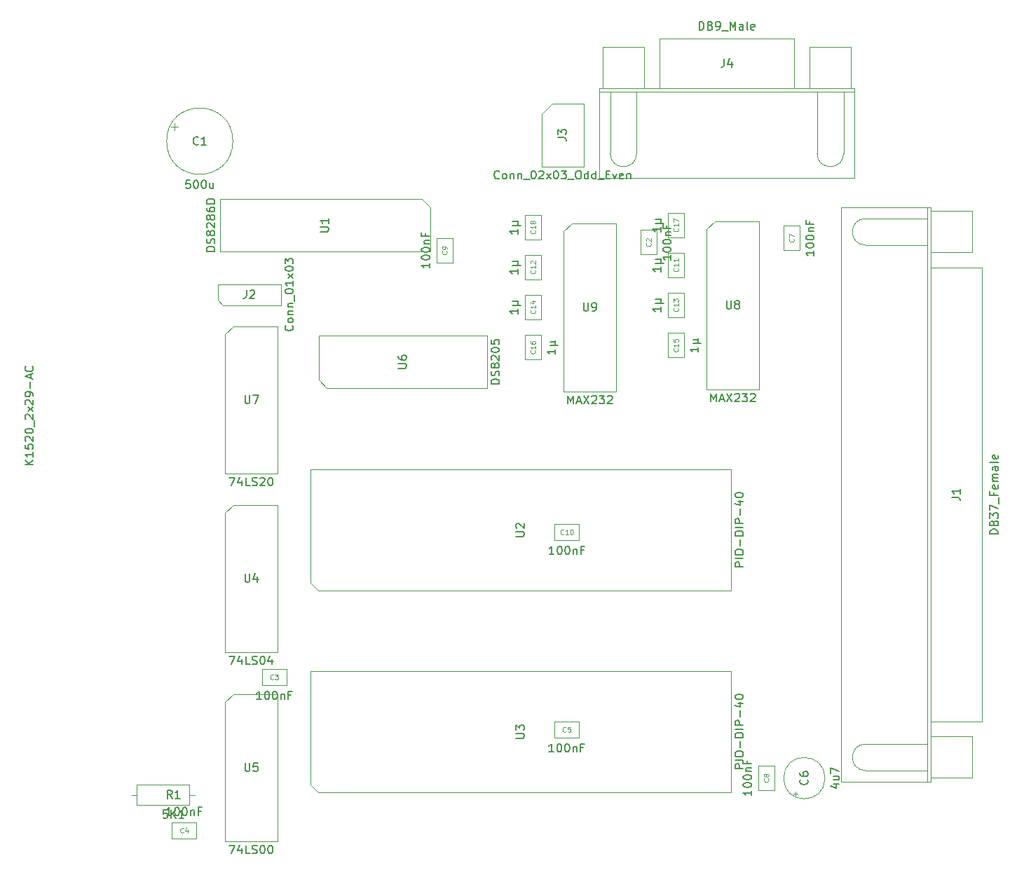
<source format=gbr>
%TF.GenerationSoftware,KiCad,Pcbnew,(5.1.10)-1*%
%TF.CreationDate,2025-03-09T14:01:04+01:00*%
%TF.ProjectId,EA-Modul,45412d4d-6f64-4756-9c2e-6b696361645f,rev?*%
%TF.SameCoordinates,Original*%
%TF.FileFunction,Other,Fab,Top*%
%FSLAX46Y46*%
G04 Gerber Fmt 4.6, Leading zero omitted, Abs format (unit mm)*
G04 Created by KiCad (PCBNEW (5.1.10)-1) date 2025-03-09 14:01:04*
%MOMM*%
%LPD*%
G01*
G04 APERTURE LIST*
%ADD10C,0.100000*%
%ADD11C,0.150000*%
%ADD12C,0.090000*%
G04 APERTURE END LIST*
D10*
%TO.C,U3*%
X90424000Y-130317000D02*
X90424000Y-116587000D01*
X90424000Y-116587000D02*
X141224000Y-116587000D01*
X141224000Y-116587000D02*
X141224000Y-131317000D01*
X141224000Y-131317000D02*
X91424000Y-131317000D01*
X91424000Y-131317000D02*
X90424000Y-130317000D01*
%TO.C,R1*%
X69494000Y-130322000D02*
X69494000Y-132822000D01*
X69494000Y-132822000D02*
X75794000Y-132822000D01*
X75794000Y-132822000D02*
X75794000Y-130322000D01*
X75794000Y-130322000D02*
X69494000Y-130322000D01*
X68834000Y-131572000D02*
X69494000Y-131572000D01*
X76454000Y-131572000D02*
X75794000Y-131572000D01*
%TO.C,C18*%
X118348000Y-61472000D02*
X116348000Y-61472000D01*
X116348000Y-61472000D02*
X116348000Y-64472000D01*
X116348000Y-64472000D02*
X118348000Y-64472000D01*
X118348000Y-64472000D02*
X118348000Y-61472000D01*
%TO.C,C17*%
X135620000Y-61218000D02*
X133620000Y-61218000D01*
X133620000Y-61218000D02*
X133620000Y-64218000D01*
X133620000Y-64218000D02*
X135620000Y-64218000D01*
X135620000Y-64218000D02*
X135620000Y-61218000D01*
%TO.C,C16*%
X116348000Y-78990000D02*
X118348000Y-78990000D01*
X118348000Y-78990000D02*
X118348000Y-75990000D01*
X118348000Y-75990000D02*
X116348000Y-75990000D01*
X116348000Y-75990000D02*
X116348000Y-78990000D01*
%TO.C,C15*%
X133620000Y-78736000D02*
X135620000Y-78736000D01*
X135620000Y-78736000D02*
X135620000Y-75736000D01*
X135620000Y-75736000D02*
X133620000Y-75736000D01*
X133620000Y-75736000D02*
X133620000Y-78736000D01*
%TO.C,C14*%
X118348000Y-71124000D02*
X116348000Y-71124000D01*
X116348000Y-71124000D02*
X116348000Y-74124000D01*
X116348000Y-74124000D02*
X118348000Y-74124000D01*
X118348000Y-74124000D02*
X118348000Y-71124000D01*
%TO.C,C13*%
X135620000Y-70870000D02*
X133620000Y-70870000D01*
X133620000Y-70870000D02*
X133620000Y-73870000D01*
X133620000Y-73870000D02*
X135620000Y-73870000D01*
X135620000Y-73870000D02*
X135620000Y-70870000D01*
%TO.C,C12*%
X118348000Y-66298000D02*
X116348000Y-66298000D01*
X116348000Y-66298000D02*
X116348000Y-69298000D01*
X116348000Y-69298000D02*
X118348000Y-69298000D01*
X118348000Y-69298000D02*
X118348000Y-66298000D01*
%TO.C,C11*%
X135620000Y-66044000D02*
X133620000Y-66044000D01*
X133620000Y-66044000D02*
X133620000Y-69044000D01*
X133620000Y-69044000D02*
X135620000Y-69044000D01*
X135620000Y-69044000D02*
X135620000Y-66044000D01*
%TO.C,U9*%
X122031000Y-62484000D02*
X127381000Y-62484000D01*
X127381000Y-62484000D02*
X127381000Y-82804000D01*
X127381000Y-82804000D02*
X121031000Y-82804000D01*
X121031000Y-82804000D02*
X121031000Y-63484000D01*
X121031000Y-63484000D02*
X122031000Y-62484000D01*
%TO.C,U8*%
X139303000Y-62230000D02*
X144653000Y-62230000D01*
X144653000Y-62230000D02*
X144653000Y-82550000D01*
X144653000Y-82550000D02*
X138303000Y-82550000D01*
X138303000Y-82550000D02*
X138303000Y-63230000D01*
X138303000Y-63230000D02*
X139303000Y-62230000D01*
%TO.C,U7*%
X81137000Y-74930000D02*
X86487000Y-74930000D01*
X86487000Y-74930000D02*
X86487000Y-92710000D01*
X86487000Y-92710000D02*
X80137000Y-92710000D01*
X80137000Y-92710000D02*
X80137000Y-75930000D01*
X80137000Y-75930000D02*
X81137000Y-74930000D01*
%TO.C,U6*%
X91440000Y-81423000D02*
X91440000Y-76073000D01*
X91440000Y-76073000D02*
X111760000Y-76073000D01*
X111760000Y-76073000D02*
X111760000Y-82423000D01*
X111760000Y-82423000D02*
X92440000Y-82423000D01*
X92440000Y-82423000D02*
X91440000Y-81423000D01*
%TO.C,U5*%
X81137000Y-119380000D02*
X86487000Y-119380000D01*
X86487000Y-119380000D02*
X86487000Y-137160000D01*
X86487000Y-137160000D02*
X80137000Y-137160000D01*
X80137000Y-137160000D02*
X80137000Y-120380000D01*
X80137000Y-120380000D02*
X81137000Y-119380000D01*
%TO.C,U4*%
X81137000Y-96520000D02*
X86487000Y-96520000D01*
X86487000Y-96520000D02*
X86487000Y-114300000D01*
X86487000Y-114300000D02*
X80137000Y-114300000D01*
X80137000Y-114300000D02*
X80137000Y-97520000D01*
X80137000Y-97520000D02*
X81137000Y-96520000D01*
%TO.C,U2*%
X90424000Y-105933000D02*
X90424000Y-92203000D01*
X90424000Y-92203000D02*
X141224000Y-92203000D01*
X141224000Y-92203000D02*
X141224000Y-106933000D01*
X141224000Y-106933000D02*
X91424000Y-106933000D01*
X91424000Y-106933000D02*
X90424000Y-105933000D01*
%TO.C,U1*%
X104902000Y-60563000D02*
X104902000Y-65913000D01*
X104902000Y-65913000D02*
X79502000Y-65913000D01*
X79502000Y-65913000D02*
X79502000Y-59563000D01*
X79502000Y-59563000D02*
X103902000Y-59563000D01*
X103902000Y-59563000D02*
X104902000Y-60563000D01*
%TO.C,J4*%
X126664000Y-54056000D02*
G75*
G03*
X129864000Y-54056000I1600000J0D01*
G01*
X151664000Y-54056000D02*
G75*
G03*
X154864000Y-54056000I1600000J0D01*
G01*
X156189000Y-57056000D02*
X156189000Y-46576000D01*
X156189000Y-46576000D02*
X125339000Y-46576000D01*
X125339000Y-46576000D02*
X125339000Y-57056000D01*
X125339000Y-57056000D02*
X156189000Y-57056000D01*
X156189000Y-46576000D02*
X156189000Y-46176000D01*
X156189000Y-46176000D02*
X125339000Y-46176000D01*
X125339000Y-46176000D02*
X125339000Y-46576000D01*
X125339000Y-46576000D02*
X156189000Y-46576000D01*
X148914000Y-46176000D02*
X148914000Y-40176000D01*
X148914000Y-40176000D02*
X132614000Y-40176000D01*
X132614000Y-40176000D02*
X132614000Y-46176000D01*
X132614000Y-46176000D02*
X148914000Y-46176000D01*
X155764000Y-46176000D02*
X155764000Y-41176000D01*
X155764000Y-41176000D02*
X150764000Y-41176000D01*
X150764000Y-41176000D02*
X150764000Y-46176000D01*
X150764000Y-46176000D02*
X155764000Y-46176000D01*
X130764000Y-46176000D02*
X130764000Y-41176000D01*
X130764000Y-41176000D02*
X125764000Y-41176000D01*
X125764000Y-41176000D02*
X125764000Y-46176000D01*
X125764000Y-46176000D02*
X130764000Y-46176000D01*
X154864000Y-46576000D02*
X154864000Y-54056000D01*
X151664000Y-46576000D02*
X151664000Y-54056000D01*
X129864000Y-46576000D02*
X129864000Y-54056000D01*
X126664000Y-46576000D02*
X126664000Y-54056000D01*
%TO.C,J3*%
X119634000Y-48006000D02*
X123444000Y-48006000D01*
X123444000Y-48006000D02*
X123444000Y-55626000D01*
X123444000Y-55626000D02*
X118364000Y-55626000D01*
X118364000Y-55626000D02*
X118364000Y-49276000D01*
X118364000Y-49276000D02*
X119634000Y-48006000D01*
%TO.C,J2*%
X79248000Y-71755000D02*
X79248000Y-69850000D01*
X79248000Y-69850000D02*
X86868000Y-69850000D01*
X86868000Y-69850000D02*
X86868000Y-72390000D01*
X86868000Y-72390000D02*
X79883000Y-72390000D01*
X79883000Y-72390000D02*
X79248000Y-71755000D01*
%TO.C,J1*%
X157526000Y-61938000D02*
G75*
G03*
X157526000Y-65138000I0J-1600000D01*
G01*
X157526000Y-125438000D02*
G75*
G03*
X157526000Y-128638000I0J-1600000D01*
G01*
X154526000Y-129988000D02*
X165006000Y-129988000D01*
X165006000Y-129988000D02*
X165006000Y-60588000D01*
X165006000Y-60588000D02*
X154526000Y-60588000D01*
X154526000Y-60588000D02*
X154526000Y-129988000D01*
X165006000Y-129988000D02*
X165406000Y-129988000D01*
X165406000Y-129988000D02*
X165406000Y-60588000D01*
X165406000Y-60588000D02*
X165006000Y-60588000D01*
X165006000Y-60588000D02*
X165006000Y-129988000D01*
X165406000Y-122688000D02*
X171576000Y-122688000D01*
X171576000Y-122688000D02*
X171576000Y-67888000D01*
X171576000Y-67888000D02*
X165406000Y-67888000D01*
X165406000Y-67888000D02*
X165406000Y-122688000D01*
X165406000Y-129538000D02*
X170406000Y-129538000D01*
X170406000Y-129538000D02*
X170406000Y-124538000D01*
X170406000Y-124538000D02*
X165406000Y-124538000D01*
X165406000Y-124538000D02*
X165406000Y-129538000D01*
X165406000Y-66038000D02*
X170406000Y-66038000D01*
X170406000Y-66038000D02*
X170406000Y-61038000D01*
X170406000Y-61038000D02*
X165406000Y-61038000D01*
X165406000Y-61038000D02*
X165406000Y-66038000D01*
X165006000Y-128638000D02*
X157526000Y-128638000D01*
X165006000Y-125438000D02*
X157526000Y-125438000D01*
X165006000Y-65138000D02*
X157526000Y-65138000D01*
X165006000Y-61938000D02*
X157526000Y-61938000D01*
%TO.C,C10*%
X119932000Y-98822000D02*
X119932000Y-100822000D01*
X119932000Y-100822000D02*
X122932000Y-100822000D01*
X122932000Y-100822000D02*
X122932000Y-98822000D01*
X122932000Y-98822000D02*
X119932000Y-98822000D01*
%TO.C,C9*%
X107680000Y-64266000D02*
X105680000Y-64266000D01*
X105680000Y-64266000D02*
X105680000Y-67266000D01*
X105680000Y-67266000D02*
X107680000Y-67266000D01*
X107680000Y-67266000D02*
X107680000Y-64266000D01*
%TO.C,C8*%
X146542000Y-128020000D02*
X144542000Y-128020000D01*
X144542000Y-128020000D02*
X144542000Y-131020000D01*
X144542000Y-131020000D02*
X146542000Y-131020000D01*
X146542000Y-131020000D02*
X146542000Y-128020000D01*
%TO.C,C7*%
X147590000Y-65782000D02*
X149590000Y-65782000D01*
X149590000Y-65782000D02*
X149590000Y-62782000D01*
X149590000Y-62782000D02*
X147590000Y-62782000D01*
X147590000Y-62782000D02*
X147590000Y-65782000D01*
%TO.C,C6*%
X152614000Y-129560000D02*
G75*
G03*
X152614000Y-129560000I-2500000J0D01*
G01*
X149026500Y-131693605D02*
X149026500Y-131193605D01*
X148776500Y-131443605D02*
X149276500Y-131443605D01*
%TO.C,C5*%
X119892000Y-122698000D02*
X119892000Y-124698000D01*
X119892000Y-124698000D02*
X122892000Y-124698000D01*
X122892000Y-124698000D02*
X122892000Y-122698000D01*
X122892000Y-122698000D02*
X119892000Y-122698000D01*
%TO.C,C4*%
X76704000Y-136890000D02*
X76704000Y-134890000D01*
X76704000Y-134890000D02*
X73704000Y-134890000D01*
X73704000Y-134890000D02*
X73704000Y-136890000D01*
X73704000Y-136890000D02*
X76704000Y-136890000D01*
%TO.C,C3*%
X84586000Y-116348000D02*
X84586000Y-118348000D01*
X84586000Y-118348000D02*
X87586000Y-118348000D01*
X87586000Y-118348000D02*
X87586000Y-116348000D01*
X87586000Y-116348000D02*
X84586000Y-116348000D01*
%TO.C,C2*%
X130318000Y-66290000D02*
X132318000Y-66290000D01*
X132318000Y-66290000D02*
X132318000Y-63290000D01*
X132318000Y-63290000D02*
X130318000Y-63290000D01*
X130318000Y-63290000D02*
X130318000Y-66290000D01*
%TO.C,C1*%
X81084000Y-52578000D02*
G75*
G03*
X81084000Y-52578000I-4000000J0D01*
G01*
X73657241Y-50830500D02*
X74457241Y-50830500D01*
X74057241Y-50430500D02*
X74057241Y-51230500D01*
%TD*%
%TO.C,U3*%
D11*
X142736380Y-128404380D02*
X141736380Y-128404380D01*
X141736380Y-128023428D01*
X141784000Y-127928190D01*
X141831619Y-127880571D01*
X141926857Y-127832952D01*
X142069714Y-127832952D01*
X142164952Y-127880571D01*
X142212571Y-127928190D01*
X142260190Y-128023428D01*
X142260190Y-128404380D01*
X142736380Y-127404380D02*
X141736380Y-127404380D01*
X141736380Y-126737714D02*
X141736380Y-126547238D01*
X141784000Y-126452000D01*
X141879238Y-126356761D01*
X142069714Y-126309142D01*
X142403047Y-126309142D01*
X142593523Y-126356761D01*
X142688761Y-126452000D01*
X142736380Y-126547238D01*
X142736380Y-126737714D01*
X142688761Y-126832952D01*
X142593523Y-126928190D01*
X142403047Y-126975809D01*
X142069714Y-126975809D01*
X141879238Y-126928190D01*
X141784000Y-126832952D01*
X141736380Y-126737714D01*
X142355428Y-125880571D02*
X142355428Y-125118666D01*
X142736380Y-124642476D02*
X141736380Y-124642476D01*
X141736380Y-124404380D01*
X141784000Y-124261523D01*
X141879238Y-124166285D01*
X141974476Y-124118666D01*
X142164952Y-124071047D01*
X142307809Y-124071047D01*
X142498285Y-124118666D01*
X142593523Y-124166285D01*
X142688761Y-124261523D01*
X142736380Y-124404380D01*
X142736380Y-124642476D01*
X142736380Y-123642476D02*
X141736380Y-123642476D01*
X142736380Y-123166285D02*
X141736380Y-123166285D01*
X141736380Y-122785333D01*
X141784000Y-122690095D01*
X141831619Y-122642476D01*
X141926857Y-122594857D01*
X142069714Y-122594857D01*
X142164952Y-122642476D01*
X142212571Y-122690095D01*
X142260190Y-122785333D01*
X142260190Y-123166285D01*
X142355428Y-122166285D02*
X142355428Y-121404380D01*
X142069714Y-120499619D02*
X142736380Y-120499619D01*
X141688761Y-120737714D02*
X142403047Y-120975809D01*
X142403047Y-120356761D01*
X141736380Y-119785333D02*
X141736380Y-119690095D01*
X141784000Y-119594857D01*
X141831619Y-119547238D01*
X141926857Y-119499619D01*
X142117333Y-119452000D01*
X142355428Y-119452000D01*
X142545904Y-119499619D01*
X142641142Y-119547238D01*
X142688761Y-119594857D01*
X142736380Y-119690095D01*
X142736380Y-119785333D01*
X142688761Y-119880571D01*
X142641142Y-119928190D01*
X142545904Y-119975809D01*
X142355428Y-120023428D01*
X142117333Y-120023428D01*
X141926857Y-119975809D01*
X141831619Y-119928190D01*
X141784000Y-119880571D01*
X141736380Y-119785333D01*
X115276380Y-124713904D02*
X116085904Y-124713904D01*
X116181142Y-124666285D01*
X116228761Y-124618666D01*
X116276380Y-124523428D01*
X116276380Y-124332952D01*
X116228761Y-124237714D01*
X116181142Y-124190095D01*
X116085904Y-124142476D01*
X115276380Y-124142476D01*
X115276380Y-123761523D02*
X115276380Y-123142476D01*
X115657333Y-123475809D01*
X115657333Y-123332952D01*
X115704952Y-123237714D01*
X115752571Y-123190095D01*
X115847809Y-123142476D01*
X116085904Y-123142476D01*
X116181142Y-123190095D01*
X116228761Y-123237714D01*
X116276380Y-123332952D01*
X116276380Y-123618666D01*
X116228761Y-123713904D01*
X116181142Y-123761523D01*
%TO.C,R1*%
X73175904Y-133394380D02*
X72699714Y-133394380D01*
X72652095Y-133870571D01*
X72699714Y-133822952D01*
X72794952Y-133775333D01*
X73033047Y-133775333D01*
X73128285Y-133822952D01*
X73175904Y-133870571D01*
X73223523Y-133965809D01*
X73223523Y-134203904D01*
X73175904Y-134299142D01*
X73128285Y-134346761D01*
X73033047Y-134394380D01*
X72794952Y-134394380D01*
X72699714Y-134346761D01*
X72652095Y-134299142D01*
X73652095Y-134394380D02*
X73652095Y-133394380D01*
X74223523Y-134394380D02*
X73794952Y-133822952D01*
X74223523Y-133394380D02*
X73652095Y-133965809D01*
X75175904Y-134394380D02*
X74604476Y-134394380D01*
X74890190Y-134394380D02*
X74890190Y-133394380D01*
X74794952Y-133537238D01*
X74699714Y-133632476D01*
X74604476Y-133680095D01*
X73747333Y-132024380D02*
X73414000Y-131548190D01*
X73175904Y-132024380D02*
X73175904Y-131024380D01*
X73556857Y-131024380D01*
X73652095Y-131072000D01*
X73699714Y-131119619D01*
X73747333Y-131214857D01*
X73747333Y-131357714D01*
X73699714Y-131452952D01*
X73652095Y-131500571D01*
X73556857Y-131548190D01*
X73175904Y-131548190D01*
X74699714Y-132024380D02*
X74128285Y-132024380D01*
X74414000Y-132024380D02*
X74414000Y-131024380D01*
X74318761Y-131167238D01*
X74223523Y-131262476D01*
X74128285Y-131310095D01*
%TO.C,C18*%
X115550380Y-63210095D02*
X115550380Y-63781523D01*
X115550380Y-63495809D02*
X114550380Y-63495809D01*
X114693238Y-63591047D01*
X114788476Y-63686285D01*
X114836095Y-63781523D01*
X114883714Y-62781523D02*
X115883714Y-62781523D01*
X115407523Y-62305333D02*
X115502761Y-62257714D01*
X115550380Y-62162476D01*
X115407523Y-62781523D02*
X115502761Y-62733904D01*
X115550380Y-62638666D01*
X115550380Y-62448190D01*
X115502761Y-62352952D01*
X115407523Y-62305333D01*
X114883714Y-62305333D01*
D12*
X117562285Y-63357714D02*
X117590857Y-63386285D01*
X117619428Y-63472000D01*
X117619428Y-63529142D01*
X117590857Y-63614857D01*
X117533714Y-63672000D01*
X117476571Y-63700571D01*
X117362285Y-63729142D01*
X117276571Y-63729142D01*
X117162285Y-63700571D01*
X117105142Y-63672000D01*
X117048000Y-63614857D01*
X117019428Y-63529142D01*
X117019428Y-63472000D01*
X117048000Y-63386285D01*
X117076571Y-63357714D01*
X117619428Y-62786285D02*
X117619428Y-63129142D01*
X117619428Y-62957714D02*
X117019428Y-62957714D01*
X117105142Y-63014857D01*
X117162285Y-63072000D01*
X117190857Y-63129142D01*
X117276571Y-62443428D02*
X117248000Y-62500571D01*
X117219428Y-62529142D01*
X117162285Y-62557714D01*
X117133714Y-62557714D01*
X117076571Y-62529142D01*
X117048000Y-62500571D01*
X117019428Y-62443428D01*
X117019428Y-62329142D01*
X117048000Y-62272000D01*
X117076571Y-62243428D01*
X117133714Y-62214857D01*
X117162285Y-62214857D01*
X117219428Y-62243428D01*
X117248000Y-62272000D01*
X117276571Y-62329142D01*
X117276571Y-62443428D01*
X117305142Y-62500571D01*
X117333714Y-62529142D01*
X117390857Y-62557714D01*
X117505142Y-62557714D01*
X117562285Y-62529142D01*
X117590857Y-62500571D01*
X117619428Y-62443428D01*
X117619428Y-62329142D01*
X117590857Y-62272000D01*
X117562285Y-62243428D01*
X117505142Y-62214857D01*
X117390857Y-62214857D01*
X117333714Y-62243428D01*
X117305142Y-62272000D01*
X117276571Y-62329142D01*
%TO.C,C17*%
D11*
X132822380Y-62956095D02*
X132822380Y-63527523D01*
X132822380Y-63241809D02*
X131822380Y-63241809D01*
X131965238Y-63337047D01*
X132060476Y-63432285D01*
X132108095Y-63527523D01*
X132155714Y-62527523D02*
X133155714Y-62527523D01*
X132679523Y-62051333D02*
X132774761Y-62003714D01*
X132822380Y-61908476D01*
X132679523Y-62527523D02*
X132774761Y-62479904D01*
X132822380Y-62384666D01*
X132822380Y-62194190D01*
X132774761Y-62098952D01*
X132679523Y-62051333D01*
X132155714Y-62051333D01*
D12*
X134834285Y-63103714D02*
X134862857Y-63132285D01*
X134891428Y-63218000D01*
X134891428Y-63275142D01*
X134862857Y-63360857D01*
X134805714Y-63418000D01*
X134748571Y-63446571D01*
X134634285Y-63475142D01*
X134548571Y-63475142D01*
X134434285Y-63446571D01*
X134377142Y-63418000D01*
X134320000Y-63360857D01*
X134291428Y-63275142D01*
X134291428Y-63218000D01*
X134320000Y-63132285D01*
X134348571Y-63103714D01*
X134891428Y-62532285D02*
X134891428Y-62875142D01*
X134891428Y-62703714D02*
X134291428Y-62703714D01*
X134377142Y-62760857D01*
X134434285Y-62818000D01*
X134462857Y-62875142D01*
X134291428Y-62332285D02*
X134291428Y-61932285D01*
X134891428Y-62189428D01*
%TO.C,C16*%
D11*
X120050380Y-77728095D02*
X120050380Y-78299523D01*
X120050380Y-78013809D02*
X119050380Y-78013809D01*
X119193238Y-78109047D01*
X119288476Y-78204285D01*
X119336095Y-78299523D01*
X119383714Y-77299523D02*
X120383714Y-77299523D01*
X119907523Y-76823333D02*
X120002761Y-76775714D01*
X120050380Y-76680476D01*
X119907523Y-77299523D02*
X120002761Y-77251904D01*
X120050380Y-77156666D01*
X120050380Y-76966190D01*
X120002761Y-76870952D01*
X119907523Y-76823333D01*
X119383714Y-76823333D01*
D12*
X117562285Y-77875714D02*
X117590857Y-77904285D01*
X117619428Y-77990000D01*
X117619428Y-78047142D01*
X117590857Y-78132857D01*
X117533714Y-78190000D01*
X117476571Y-78218571D01*
X117362285Y-78247142D01*
X117276571Y-78247142D01*
X117162285Y-78218571D01*
X117105142Y-78190000D01*
X117048000Y-78132857D01*
X117019428Y-78047142D01*
X117019428Y-77990000D01*
X117048000Y-77904285D01*
X117076571Y-77875714D01*
X117619428Y-77304285D02*
X117619428Y-77647142D01*
X117619428Y-77475714D02*
X117019428Y-77475714D01*
X117105142Y-77532857D01*
X117162285Y-77590000D01*
X117190857Y-77647142D01*
X117019428Y-76790000D02*
X117019428Y-76904285D01*
X117048000Y-76961428D01*
X117076571Y-76990000D01*
X117162285Y-77047142D01*
X117276571Y-77075714D01*
X117505142Y-77075714D01*
X117562285Y-77047142D01*
X117590857Y-77018571D01*
X117619428Y-76961428D01*
X117619428Y-76847142D01*
X117590857Y-76790000D01*
X117562285Y-76761428D01*
X117505142Y-76732857D01*
X117362285Y-76732857D01*
X117305142Y-76761428D01*
X117276571Y-76790000D01*
X117248000Y-76847142D01*
X117248000Y-76961428D01*
X117276571Y-77018571D01*
X117305142Y-77047142D01*
X117362285Y-77075714D01*
%TO.C,C15*%
D11*
X137322380Y-77474095D02*
X137322380Y-78045523D01*
X137322380Y-77759809D02*
X136322380Y-77759809D01*
X136465238Y-77855047D01*
X136560476Y-77950285D01*
X136608095Y-78045523D01*
X136655714Y-77045523D02*
X137655714Y-77045523D01*
X137179523Y-76569333D02*
X137274761Y-76521714D01*
X137322380Y-76426476D01*
X137179523Y-77045523D02*
X137274761Y-76997904D01*
X137322380Y-76902666D01*
X137322380Y-76712190D01*
X137274761Y-76616952D01*
X137179523Y-76569333D01*
X136655714Y-76569333D01*
D12*
X134834285Y-77621714D02*
X134862857Y-77650285D01*
X134891428Y-77736000D01*
X134891428Y-77793142D01*
X134862857Y-77878857D01*
X134805714Y-77936000D01*
X134748571Y-77964571D01*
X134634285Y-77993142D01*
X134548571Y-77993142D01*
X134434285Y-77964571D01*
X134377142Y-77936000D01*
X134320000Y-77878857D01*
X134291428Y-77793142D01*
X134291428Y-77736000D01*
X134320000Y-77650285D01*
X134348571Y-77621714D01*
X134891428Y-77050285D02*
X134891428Y-77393142D01*
X134891428Y-77221714D02*
X134291428Y-77221714D01*
X134377142Y-77278857D01*
X134434285Y-77336000D01*
X134462857Y-77393142D01*
X134291428Y-76507428D02*
X134291428Y-76793142D01*
X134577142Y-76821714D01*
X134548571Y-76793142D01*
X134520000Y-76736000D01*
X134520000Y-76593142D01*
X134548571Y-76536000D01*
X134577142Y-76507428D01*
X134634285Y-76478857D01*
X134777142Y-76478857D01*
X134834285Y-76507428D01*
X134862857Y-76536000D01*
X134891428Y-76593142D01*
X134891428Y-76736000D01*
X134862857Y-76793142D01*
X134834285Y-76821714D01*
%TO.C,C14*%
D11*
X115550380Y-72862095D02*
X115550380Y-73433523D01*
X115550380Y-73147809D02*
X114550380Y-73147809D01*
X114693238Y-73243047D01*
X114788476Y-73338285D01*
X114836095Y-73433523D01*
X114883714Y-72433523D02*
X115883714Y-72433523D01*
X115407523Y-71957333D02*
X115502761Y-71909714D01*
X115550380Y-71814476D01*
X115407523Y-72433523D02*
X115502761Y-72385904D01*
X115550380Y-72290666D01*
X115550380Y-72100190D01*
X115502761Y-72004952D01*
X115407523Y-71957333D01*
X114883714Y-71957333D01*
D12*
X117562285Y-73009714D02*
X117590857Y-73038285D01*
X117619428Y-73124000D01*
X117619428Y-73181142D01*
X117590857Y-73266857D01*
X117533714Y-73324000D01*
X117476571Y-73352571D01*
X117362285Y-73381142D01*
X117276571Y-73381142D01*
X117162285Y-73352571D01*
X117105142Y-73324000D01*
X117048000Y-73266857D01*
X117019428Y-73181142D01*
X117019428Y-73124000D01*
X117048000Y-73038285D01*
X117076571Y-73009714D01*
X117619428Y-72438285D02*
X117619428Y-72781142D01*
X117619428Y-72609714D02*
X117019428Y-72609714D01*
X117105142Y-72666857D01*
X117162285Y-72724000D01*
X117190857Y-72781142D01*
X117219428Y-71924000D02*
X117619428Y-71924000D01*
X116990857Y-72066857D02*
X117419428Y-72209714D01*
X117419428Y-71838285D01*
%TO.C,C13*%
D11*
X132822380Y-72608095D02*
X132822380Y-73179523D01*
X132822380Y-72893809D02*
X131822380Y-72893809D01*
X131965238Y-72989047D01*
X132060476Y-73084285D01*
X132108095Y-73179523D01*
X132155714Y-72179523D02*
X133155714Y-72179523D01*
X132679523Y-71703333D02*
X132774761Y-71655714D01*
X132822380Y-71560476D01*
X132679523Y-72179523D02*
X132774761Y-72131904D01*
X132822380Y-72036666D01*
X132822380Y-71846190D01*
X132774761Y-71750952D01*
X132679523Y-71703333D01*
X132155714Y-71703333D01*
D12*
X134834285Y-72755714D02*
X134862857Y-72784285D01*
X134891428Y-72870000D01*
X134891428Y-72927142D01*
X134862857Y-73012857D01*
X134805714Y-73070000D01*
X134748571Y-73098571D01*
X134634285Y-73127142D01*
X134548571Y-73127142D01*
X134434285Y-73098571D01*
X134377142Y-73070000D01*
X134320000Y-73012857D01*
X134291428Y-72927142D01*
X134291428Y-72870000D01*
X134320000Y-72784285D01*
X134348571Y-72755714D01*
X134891428Y-72184285D02*
X134891428Y-72527142D01*
X134891428Y-72355714D02*
X134291428Y-72355714D01*
X134377142Y-72412857D01*
X134434285Y-72470000D01*
X134462857Y-72527142D01*
X134291428Y-71984285D02*
X134291428Y-71612857D01*
X134520000Y-71812857D01*
X134520000Y-71727142D01*
X134548571Y-71670000D01*
X134577142Y-71641428D01*
X134634285Y-71612857D01*
X134777142Y-71612857D01*
X134834285Y-71641428D01*
X134862857Y-71670000D01*
X134891428Y-71727142D01*
X134891428Y-71898571D01*
X134862857Y-71955714D01*
X134834285Y-71984285D01*
%TO.C,C12*%
D11*
X115550380Y-68036095D02*
X115550380Y-68607523D01*
X115550380Y-68321809D02*
X114550380Y-68321809D01*
X114693238Y-68417047D01*
X114788476Y-68512285D01*
X114836095Y-68607523D01*
X114883714Y-67607523D02*
X115883714Y-67607523D01*
X115407523Y-67131333D02*
X115502761Y-67083714D01*
X115550380Y-66988476D01*
X115407523Y-67607523D02*
X115502761Y-67559904D01*
X115550380Y-67464666D01*
X115550380Y-67274190D01*
X115502761Y-67178952D01*
X115407523Y-67131333D01*
X114883714Y-67131333D01*
D12*
X117562285Y-68183714D02*
X117590857Y-68212285D01*
X117619428Y-68298000D01*
X117619428Y-68355142D01*
X117590857Y-68440857D01*
X117533714Y-68498000D01*
X117476571Y-68526571D01*
X117362285Y-68555142D01*
X117276571Y-68555142D01*
X117162285Y-68526571D01*
X117105142Y-68498000D01*
X117048000Y-68440857D01*
X117019428Y-68355142D01*
X117019428Y-68298000D01*
X117048000Y-68212285D01*
X117076571Y-68183714D01*
X117619428Y-67612285D02*
X117619428Y-67955142D01*
X117619428Y-67783714D02*
X117019428Y-67783714D01*
X117105142Y-67840857D01*
X117162285Y-67898000D01*
X117190857Y-67955142D01*
X117076571Y-67383714D02*
X117048000Y-67355142D01*
X117019428Y-67298000D01*
X117019428Y-67155142D01*
X117048000Y-67098000D01*
X117076571Y-67069428D01*
X117133714Y-67040857D01*
X117190857Y-67040857D01*
X117276571Y-67069428D01*
X117619428Y-67412285D01*
X117619428Y-67040857D01*
%TO.C,C11*%
D11*
X132822380Y-67782095D02*
X132822380Y-68353523D01*
X132822380Y-68067809D02*
X131822380Y-68067809D01*
X131965238Y-68163047D01*
X132060476Y-68258285D01*
X132108095Y-68353523D01*
X132155714Y-67353523D02*
X133155714Y-67353523D01*
X132679523Y-66877333D02*
X132774761Y-66829714D01*
X132822380Y-66734476D01*
X132679523Y-67353523D02*
X132774761Y-67305904D01*
X132822380Y-67210666D01*
X132822380Y-67020190D01*
X132774761Y-66924952D01*
X132679523Y-66877333D01*
X132155714Y-66877333D01*
D12*
X134834285Y-67929714D02*
X134862857Y-67958285D01*
X134891428Y-68044000D01*
X134891428Y-68101142D01*
X134862857Y-68186857D01*
X134805714Y-68244000D01*
X134748571Y-68272571D01*
X134634285Y-68301142D01*
X134548571Y-68301142D01*
X134434285Y-68272571D01*
X134377142Y-68244000D01*
X134320000Y-68186857D01*
X134291428Y-68101142D01*
X134291428Y-68044000D01*
X134320000Y-67958285D01*
X134348571Y-67929714D01*
X134891428Y-67358285D02*
X134891428Y-67701142D01*
X134891428Y-67529714D02*
X134291428Y-67529714D01*
X134377142Y-67586857D01*
X134434285Y-67644000D01*
X134462857Y-67701142D01*
X134891428Y-66786857D02*
X134891428Y-67129714D01*
X134891428Y-66958285D02*
X134291428Y-66958285D01*
X134377142Y-67015428D01*
X134434285Y-67072571D01*
X134462857Y-67129714D01*
%TO.C,U9*%
D11*
X121539333Y-84316380D02*
X121539333Y-83316380D01*
X121872666Y-84030666D01*
X122206000Y-83316380D01*
X122206000Y-84316380D01*
X122634571Y-84030666D02*
X123110761Y-84030666D01*
X122539333Y-84316380D02*
X122872666Y-83316380D01*
X123206000Y-84316380D01*
X123444095Y-83316380D02*
X124110761Y-84316380D01*
X124110761Y-83316380D02*
X123444095Y-84316380D01*
X124444095Y-83411619D02*
X124491714Y-83364000D01*
X124586952Y-83316380D01*
X124825047Y-83316380D01*
X124920285Y-83364000D01*
X124967904Y-83411619D01*
X125015523Y-83506857D01*
X125015523Y-83602095D01*
X124967904Y-83744952D01*
X124396476Y-84316380D01*
X125015523Y-84316380D01*
X125348857Y-83316380D02*
X125967904Y-83316380D01*
X125634571Y-83697333D01*
X125777428Y-83697333D01*
X125872666Y-83744952D01*
X125920285Y-83792571D01*
X125967904Y-83887809D01*
X125967904Y-84125904D01*
X125920285Y-84221142D01*
X125872666Y-84268761D01*
X125777428Y-84316380D01*
X125491714Y-84316380D01*
X125396476Y-84268761D01*
X125348857Y-84221142D01*
X126348857Y-83411619D02*
X126396476Y-83364000D01*
X126491714Y-83316380D01*
X126729809Y-83316380D01*
X126825047Y-83364000D01*
X126872666Y-83411619D01*
X126920285Y-83506857D01*
X126920285Y-83602095D01*
X126872666Y-83744952D01*
X126301238Y-84316380D01*
X126920285Y-84316380D01*
X123444095Y-72096380D02*
X123444095Y-72905904D01*
X123491714Y-73001142D01*
X123539333Y-73048761D01*
X123634571Y-73096380D01*
X123825047Y-73096380D01*
X123920285Y-73048761D01*
X123967904Y-73001142D01*
X124015523Y-72905904D01*
X124015523Y-72096380D01*
X124539333Y-73096380D02*
X124729809Y-73096380D01*
X124825047Y-73048761D01*
X124872666Y-73001142D01*
X124967904Y-72858285D01*
X125015523Y-72667809D01*
X125015523Y-72286857D01*
X124967904Y-72191619D01*
X124920285Y-72144000D01*
X124825047Y-72096380D01*
X124634571Y-72096380D01*
X124539333Y-72144000D01*
X124491714Y-72191619D01*
X124444095Y-72286857D01*
X124444095Y-72524952D01*
X124491714Y-72620190D01*
X124539333Y-72667809D01*
X124634571Y-72715428D01*
X124825047Y-72715428D01*
X124920285Y-72667809D01*
X124967904Y-72620190D01*
X125015523Y-72524952D01*
%TO.C,U8*%
X138811333Y-84062380D02*
X138811333Y-83062380D01*
X139144666Y-83776666D01*
X139478000Y-83062380D01*
X139478000Y-84062380D01*
X139906571Y-83776666D02*
X140382761Y-83776666D01*
X139811333Y-84062380D02*
X140144666Y-83062380D01*
X140478000Y-84062380D01*
X140716095Y-83062380D02*
X141382761Y-84062380D01*
X141382761Y-83062380D02*
X140716095Y-84062380D01*
X141716095Y-83157619D02*
X141763714Y-83110000D01*
X141858952Y-83062380D01*
X142097047Y-83062380D01*
X142192285Y-83110000D01*
X142239904Y-83157619D01*
X142287523Y-83252857D01*
X142287523Y-83348095D01*
X142239904Y-83490952D01*
X141668476Y-84062380D01*
X142287523Y-84062380D01*
X142620857Y-83062380D02*
X143239904Y-83062380D01*
X142906571Y-83443333D01*
X143049428Y-83443333D01*
X143144666Y-83490952D01*
X143192285Y-83538571D01*
X143239904Y-83633809D01*
X143239904Y-83871904D01*
X143192285Y-83967142D01*
X143144666Y-84014761D01*
X143049428Y-84062380D01*
X142763714Y-84062380D01*
X142668476Y-84014761D01*
X142620857Y-83967142D01*
X143620857Y-83157619D02*
X143668476Y-83110000D01*
X143763714Y-83062380D01*
X144001809Y-83062380D01*
X144097047Y-83110000D01*
X144144666Y-83157619D01*
X144192285Y-83252857D01*
X144192285Y-83348095D01*
X144144666Y-83490952D01*
X143573238Y-84062380D01*
X144192285Y-84062380D01*
X140716095Y-71842380D02*
X140716095Y-72651904D01*
X140763714Y-72747142D01*
X140811333Y-72794761D01*
X140906571Y-72842380D01*
X141097047Y-72842380D01*
X141192285Y-72794761D01*
X141239904Y-72747142D01*
X141287523Y-72651904D01*
X141287523Y-71842380D01*
X141906571Y-72270952D02*
X141811333Y-72223333D01*
X141763714Y-72175714D01*
X141716095Y-72080476D01*
X141716095Y-72032857D01*
X141763714Y-71937619D01*
X141811333Y-71890000D01*
X141906571Y-71842380D01*
X142097047Y-71842380D01*
X142192285Y-71890000D01*
X142239904Y-71937619D01*
X142287523Y-72032857D01*
X142287523Y-72080476D01*
X142239904Y-72175714D01*
X142192285Y-72223333D01*
X142097047Y-72270952D01*
X141906571Y-72270952D01*
X141811333Y-72318571D01*
X141763714Y-72366190D01*
X141716095Y-72461428D01*
X141716095Y-72651904D01*
X141763714Y-72747142D01*
X141811333Y-72794761D01*
X141906571Y-72842380D01*
X142097047Y-72842380D01*
X142192285Y-72794761D01*
X142239904Y-72747142D01*
X142287523Y-72651904D01*
X142287523Y-72461428D01*
X142239904Y-72366190D01*
X142192285Y-72318571D01*
X142097047Y-72270952D01*
%TO.C,U7*%
X80669142Y-93222380D02*
X81335809Y-93222380D01*
X80907238Y-94222380D01*
X82145333Y-93555714D02*
X82145333Y-94222380D01*
X81907238Y-93174761D02*
X81669142Y-93889047D01*
X82288190Y-93889047D01*
X83145333Y-94222380D02*
X82669142Y-94222380D01*
X82669142Y-93222380D01*
X83431047Y-94174761D02*
X83573904Y-94222380D01*
X83812000Y-94222380D01*
X83907238Y-94174761D01*
X83954857Y-94127142D01*
X84002476Y-94031904D01*
X84002476Y-93936666D01*
X83954857Y-93841428D01*
X83907238Y-93793809D01*
X83812000Y-93746190D01*
X83621523Y-93698571D01*
X83526285Y-93650952D01*
X83478666Y-93603333D01*
X83431047Y-93508095D01*
X83431047Y-93412857D01*
X83478666Y-93317619D01*
X83526285Y-93270000D01*
X83621523Y-93222380D01*
X83859619Y-93222380D01*
X84002476Y-93270000D01*
X84383428Y-93317619D02*
X84431047Y-93270000D01*
X84526285Y-93222380D01*
X84764380Y-93222380D01*
X84859619Y-93270000D01*
X84907238Y-93317619D01*
X84954857Y-93412857D01*
X84954857Y-93508095D01*
X84907238Y-93650952D01*
X84335809Y-94222380D01*
X84954857Y-94222380D01*
X85573904Y-93222380D02*
X85669142Y-93222380D01*
X85764380Y-93270000D01*
X85812000Y-93317619D01*
X85859619Y-93412857D01*
X85907238Y-93603333D01*
X85907238Y-93841428D01*
X85859619Y-94031904D01*
X85812000Y-94127142D01*
X85764380Y-94174761D01*
X85669142Y-94222380D01*
X85573904Y-94222380D01*
X85478666Y-94174761D01*
X85431047Y-94127142D01*
X85383428Y-94031904D01*
X85335809Y-93841428D01*
X85335809Y-93603333D01*
X85383428Y-93412857D01*
X85431047Y-93317619D01*
X85478666Y-93270000D01*
X85573904Y-93222380D01*
X82550095Y-83272380D02*
X82550095Y-84081904D01*
X82597714Y-84177142D01*
X82645333Y-84224761D01*
X82740571Y-84272380D01*
X82931047Y-84272380D01*
X83026285Y-84224761D01*
X83073904Y-84177142D01*
X83121523Y-84081904D01*
X83121523Y-83272380D01*
X83502476Y-83272380D02*
X84169142Y-83272380D01*
X83740571Y-84272380D01*
%TO.C,U6*%
X113272380Y-81890857D02*
X112272380Y-81890857D01*
X112272380Y-81652761D01*
X112320000Y-81509904D01*
X112415238Y-81414666D01*
X112510476Y-81367047D01*
X112700952Y-81319428D01*
X112843809Y-81319428D01*
X113034285Y-81367047D01*
X113129523Y-81414666D01*
X113224761Y-81509904D01*
X113272380Y-81652761D01*
X113272380Y-81890857D01*
X113224761Y-80938476D02*
X113272380Y-80795619D01*
X113272380Y-80557523D01*
X113224761Y-80462285D01*
X113177142Y-80414666D01*
X113081904Y-80367047D01*
X112986666Y-80367047D01*
X112891428Y-80414666D01*
X112843809Y-80462285D01*
X112796190Y-80557523D01*
X112748571Y-80748000D01*
X112700952Y-80843238D01*
X112653333Y-80890857D01*
X112558095Y-80938476D01*
X112462857Y-80938476D01*
X112367619Y-80890857D01*
X112320000Y-80843238D01*
X112272380Y-80748000D01*
X112272380Y-80509904D01*
X112320000Y-80367047D01*
X112700952Y-79795619D02*
X112653333Y-79890857D01*
X112605714Y-79938476D01*
X112510476Y-79986095D01*
X112462857Y-79986095D01*
X112367619Y-79938476D01*
X112320000Y-79890857D01*
X112272380Y-79795619D01*
X112272380Y-79605142D01*
X112320000Y-79509904D01*
X112367619Y-79462285D01*
X112462857Y-79414666D01*
X112510476Y-79414666D01*
X112605714Y-79462285D01*
X112653333Y-79509904D01*
X112700952Y-79605142D01*
X112700952Y-79795619D01*
X112748571Y-79890857D01*
X112796190Y-79938476D01*
X112891428Y-79986095D01*
X113081904Y-79986095D01*
X113177142Y-79938476D01*
X113224761Y-79890857D01*
X113272380Y-79795619D01*
X113272380Y-79605142D01*
X113224761Y-79509904D01*
X113177142Y-79462285D01*
X113081904Y-79414666D01*
X112891428Y-79414666D01*
X112796190Y-79462285D01*
X112748571Y-79509904D01*
X112700952Y-79605142D01*
X112367619Y-79033714D02*
X112320000Y-78986095D01*
X112272380Y-78890857D01*
X112272380Y-78652761D01*
X112320000Y-78557523D01*
X112367619Y-78509904D01*
X112462857Y-78462285D01*
X112558095Y-78462285D01*
X112700952Y-78509904D01*
X113272380Y-79081333D01*
X113272380Y-78462285D01*
X112272380Y-77843238D02*
X112272380Y-77748000D01*
X112320000Y-77652761D01*
X112367619Y-77605142D01*
X112462857Y-77557523D01*
X112653333Y-77509904D01*
X112891428Y-77509904D01*
X113081904Y-77557523D01*
X113177142Y-77605142D01*
X113224761Y-77652761D01*
X113272380Y-77748000D01*
X113272380Y-77843238D01*
X113224761Y-77938476D01*
X113177142Y-77986095D01*
X113081904Y-78033714D01*
X112891428Y-78081333D01*
X112653333Y-78081333D01*
X112462857Y-78033714D01*
X112367619Y-77986095D01*
X112320000Y-77938476D01*
X112272380Y-77843238D01*
X112272380Y-76605142D02*
X112272380Y-77081333D01*
X112748571Y-77128952D01*
X112700952Y-77081333D01*
X112653333Y-76986095D01*
X112653333Y-76748000D01*
X112700952Y-76652761D01*
X112748571Y-76605142D01*
X112843809Y-76557523D01*
X113081904Y-76557523D01*
X113177142Y-76605142D01*
X113224761Y-76652761D01*
X113272380Y-76748000D01*
X113272380Y-76986095D01*
X113224761Y-77081333D01*
X113177142Y-77128952D01*
X101052380Y-80009904D02*
X101861904Y-80009904D01*
X101957142Y-79962285D01*
X102004761Y-79914666D01*
X102052380Y-79819428D01*
X102052380Y-79628952D01*
X102004761Y-79533714D01*
X101957142Y-79486095D01*
X101861904Y-79438476D01*
X101052380Y-79438476D01*
X101052380Y-78533714D02*
X101052380Y-78724190D01*
X101100000Y-78819428D01*
X101147619Y-78867047D01*
X101290476Y-78962285D01*
X101480952Y-79009904D01*
X101861904Y-79009904D01*
X101957142Y-78962285D01*
X102004761Y-78914666D01*
X102052380Y-78819428D01*
X102052380Y-78628952D01*
X102004761Y-78533714D01*
X101957142Y-78486095D01*
X101861904Y-78438476D01*
X101623809Y-78438476D01*
X101528571Y-78486095D01*
X101480952Y-78533714D01*
X101433333Y-78628952D01*
X101433333Y-78819428D01*
X101480952Y-78914666D01*
X101528571Y-78962285D01*
X101623809Y-79009904D01*
%TO.C,U5*%
X80669142Y-137672380D02*
X81335809Y-137672380D01*
X80907238Y-138672380D01*
X82145333Y-138005714D02*
X82145333Y-138672380D01*
X81907238Y-137624761D02*
X81669142Y-138339047D01*
X82288190Y-138339047D01*
X83145333Y-138672380D02*
X82669142Y-138672380D01*
X82669142Y-137672380D01*
X83431047Y-138624761D02*
X83573904Y-138672380D01*
X83812000Y-138672380D01*
X83907238Y-138624761D01*
X83954857Y-138577142D01*
X84002476Y-138481904D01*
X84002476Y-138386666D01*
X83954857Y-138291428D01*
X83907238Y-138243809D01*
X83812000Y-138196190D01*
X83621523Y-138148571D01*
X83526285Y-138100952D01*
X83478666Y-138053333D01*
X83431047Y-137958095D01*
X83431047Y-137862857D01*
X83478666Y-137767619D01*
X83526285Y-137720000D01*
X83621523Y-137672380D01*
X83859619Y-137672380D01*
X84002476Y-137720000D01*
X84621523Y-137672380D02*
X84716761Y-137672380D01*
X84812000Y-137720000D01*
X84859619Y-137767619D01*
X84907238Y-137862857D01*
X84954857Y-138053333D01*
X84954857Y-138291428D01*
X84907238Y-138481904D01*
X84859619Y-138577142D01*
X84812000Y-138624761D01*
X84716761Y-138672380D01*
X84621523Y-138672380D01*
X84526285Y-138624761D01*
X84478666Y-138577142D01*
X84431047Y-138481904D01*
X84383428Y-138291428D01*
X84383428Y-138053333D01*
X84431047Y-137862857D01*
X84478666Y-137767619D01*
X84526285Y-137720000D01*
X84621523Y-137672380D01*
X85573904Y-137672380D02*
X85669142Y-137672380D01*
X85764380Y-137720000D01*
X85812000Y-137767619D01*
X85859619Y-137862857D01*
X85907238Y-138053333D01*
X85907238Y-138291428D01*
X85859619Y-138481904D01*
X85812000Y-138577142D01*
X85764380Y-138624761D01*
X85669142Y-138672380D01*
X85573904Y-138672380D01*
X85478666Y-138624761D01*
X85431047Y-138577142D01*
X85383428Y-138481904D01*
X85335809Y-138291428D01*
X85335809Y-138053333D01*
X85383428Y-137862857D01*
X85431047Y-137767619D01*
X85478666Y-137720000D01*
X85573904Y-137672380D01*
X82550095Y-127722380D02*
X82550095Y-128531904D01*
X82597714Y-128627142D01*
X82645333Y-128674761D01*
X82740571Y-128722380D01*
X82931047Y-128722380D01*
X83026285Y-128674761D01*
X83073904Y-128627142D01*
X83121523Y-128531904D01*
X83121523Y-127722380D01*
X84073904Y-127722380D02*
X83597714Y-127722380D01*
X83550095Y-128198571D01*
X83597714Y-128150952D01*
X83692952Y-128103333D01*
X83931047Y-128103333D01*
X84026285Y-128150952D01*
X84073904Y-128198571D01*
X84121523Y-128293809D01*
X84121523Y-128531904D01*
X84073904Y-128627142D01*
X84026285Y-128674761D01*
X83931047Y-128722380D01*
X83692952Y-128722380D01*
X83597714Y-128674761D01*
X83550095Y-128627142D01*
%TO.C,U4*%
X80669142Y-114812380D02*
X81335809Y-114812380D01*
X80907238Y-115812380D01*
X82145333Y-115145714D02*
X82145333Y-115812380D01*
X81907238Y-114764761D02*
X81669142Y-115479047D01*
X82288190Y-115479047D01*
X83145333Y-115812380D02*
X82669142Y-115812380D01*
X82669142Y-114812380D01*
X83431047Y-115764761D02*
X83573904Y-115812380D01*
X83812000Y-115812380D01*
X83907238Y-115764761D01*
X83954857Y-115717142D01*
X84002476Y-115621904D01*
X84002476Y-115526666D01*
X83954857Y-115431428D01*
X83907238Y-115383809D01*
X83812000Y-115336190D01*
X83621523Y-115288571D01*
X83526285Y-115240952D01*
X83478666Y-115193333D01*
X83431047Y-115098095D01*
X83431047Y-115002857D01*
X83478666Y-114907619D01*
X83526285Y-114860000D01*
X83621523Y-114812380D01*
X83859619Y-114812380D01*
X84002476Y-114860000D01*
X84621523Y-114812380D02*
X84716761Y-114812380D01*
X84812000Y-114860000D01*
X84859619Y-114907619D01*
X84907238Y-115002857D01*
X84954857Y-115193333D01*
X84954857Y-115431428D01*
X84907238Y-115621904D01*
X84859619Y-115717142D01*
X84812000Y-115764761D01*
X84716761Y-115812380D01*
X84621523Y-115812380D01*
X84526285Y-115764761D01*
X84478666Y-115717142D01*
X84431047Y-115621904D01*
X84383428Y-115431428D01*
X84383428Y-115193333D01*
X84431047Y-115002857D01*
X84478666Y-114907619D01*
X84526285Y-114860000D01*
X84621523Y-114812380D01*
X85812000Y-115145714D02*
X85812000Y-115812380D01*
X85573904Y-114764761D02*
X85335809Y-115479047D01*
X85954857Y-115479047D01*
X82550095Y-104862380D02*
X82550095Y-105671904D01*
X82597714Y-105767142D01*
X82645333Y-105814761D01*
X82740571Y-105862380D01*
X82931047Y-105862380D01*
X83026285Y-105814761D01*
X83073904Y-105767142D01*
X83121523Y-105671904D01*
X83121523Y-104862380D01*
X84026285Y-105195714D02*
X84026285Y-105862380D01*
X83788190Y-104814761D02*
X83550095Y-105529047D01*
X84169142Y-105529047D01*
%TO.C,U2*%
X142736380Y-104020380D02*
X141736380Y-104020380D01*
X141736380Y-103639428D01*
X141784000Y-103544190D01*
X141831619Y-103496571D01*
X141926857Y-103448952D01*
X142069714Y-103448952D01*
X142164952Y-103496571D01*
X142212571Y-103544190D01*
X142260190Y-103639428D01*
X142260190Y-104020380D01*
X142736380Y-103020380D02*
X141736380Y-103020380D01*
X141736380Y-102353714D02*
X141736380Y-102163238D01*
X141784000Y-102068000D01*
X141879238Y-101972761D01*
X142069714Y-101925142D01*
X142403047Y-101925142D01*
X142593523Y-101972761D01*
X142688761Y-102068000D01*
X142736380Y-102163238D01*
X142736380Y-102353714D01*
X142688761Y-102448952D01*
X142593523Y-102544190D01*
X142403047Y-102591809D01*
X142069714Y-102591809D01*
X141879238Y-102544190D01*
X141784000Y-102448952D01*
X141736380Y-102353714D01*
X142355428Y-101496571D02*
X142355428Y-100734666D01*
X142736380Y-100258476D02*
X141736380Y-100258476D01*
X141736380Y-100020380D01*
X141784000Y-99877523D01*
X141879238Y-99782285D01*
X141974476Y-99734666D01*
X142164952Y-99687047D01*
X142307809Y-99687047D01*
X142498285Y-99734666D01*
X142593523Y-99782285D01*
X142688761Y-99877523D01*
X142736380Y-100020380D01*
X142736380Y-100258476D01*
X142736380Y-99258476D02*
X141736380Y-99258476D01*
X142736380Y-98782285D02*
X141736380Y-98782285D01*
X141736380Y-98401333D01*
X141784000Y-98306095D01*
X141831619Y-98258476D01*
X141926857Y-98210857D01*
X142069714Y-98210857D01*
X142164952Y-98258476D01*
X142212571Y-98306095D01*
X142260190Y-98401333D01*
X142260190Y-98782285D01*
X142355428Y-97782285D02*
X142355428Y-97020380D01*
X142069714Y-96115619D02*
X142736380Y-96115619D01*
X141688761Y-96353714D02*
X142403047Y-96591809D01*
X142403047Y-95972761D01*
X141736380Y-95401333D02*
X141736380Y-95306095D01*
X141784000Y-95210857D01*
X141831619Y-95163238D01*
X141926857Y-95115619D01*
X142117333Y-95068000D01*
X142355428Y-95068000D01*
X142545904Y-95115619D01*
X142641142Y-95163238D01*
X142688761Y-95210857D01*
X142736380Y-95306095D01*
X142736380Y-95401333D01*
X142688761Y-95496571D01*
X142641142Y-95544190D01*
X142545904Y-95591809D01*
X142355428Y-95639428D01*
X142117333Y-95639428D01*
X141926857Y-95591809D01*
X141831619Y-95544190D01*
X141784000Y-95496571D01*
X141736380Y-95401333D01*
X115276380Y-100329904D02*
X116085904Y-100329904D01*
X116181142Y-100282285D01*
X116228761Y-100234666D01*
X116276380Y-100139428D01*
X116276380Y-99948952D01*
X116228761Y-99853714D01*
X116181142Y-99806095D01*
X116085904Y-99758476D01*
X115276380Y-99758476D01*
X115371619Y-99329904D02*
X115324000Y-99282285D01*
X115276380Y-99187047D01*
X115276380Y-98948952D01*
X115324000Y-98853714D01*
X115371619Y-98806095D01*
X115466857Y-98758476D01*
X115562095Y-98758476D01*
X115704952Y-98806095D01*
X116276380Y-99377523D01*
X116276380Y-98758476D01*
%TO.C,U1*%
X78894380Y-65880857D02*
X77894380Y-65880857D01*
X77894380Y-65642761D01*
X77942000Y-65499904D01*
X78037238Y-65404666D01*
X78132476Y-65357047D01*
X78322952Y-65309428D01*
X78465809Y-65309428D01*
X78656285Y-65357047D01*
X78751523Y-65404666D01*
X78846761Y-65499904D01*
X78894380Y-65642761D01*
X78894380Y-65880857D01*
X78846761Y-64928476D02*
X78894380Y-64785619D01*
X78894380Y-64547523D01*
X78846761Y-64452285D01*
X78799142Y-64404666D01*
X78703904Y-64357047D01*
X78608666Y-64357047D01*
X78513428Y-64404666D01*
X78465809Y-64452285D01*
X78418190Y-64547523D01*
X78370571Y-64738000D01*
X78322952Y-64833238D01*
X78275333Y-64880857D01*
X78180095Y-64928476D01*
X78084857Y-64928476D01*
X77989619Y-64880857D01*
X77942000Y-64833238D01*
X77894380Y-64738000D01*
X77894380Y-64499904D01*
X77942000Y-64357047D01*
X78322952Y-63785619D02*
X78275333Y-63880857D01*
X78227714Y-63928476D01*
X78132476Y-63976095D01*
X78084857Y-63976095D01*
X77989619Y-63928476D01*
X77942000Y-63880857D01*
X77894380Y-63785619D01*
X77894380Y-63595142D01*
X77942000Y-63499904D01*
X77989619Y-63452285D01*
X78084857Y-63404666D01*
X78132476Y-63404666D01*
X78227714Y-63452285D01*
X78275333Y-63499904D01*
X78322952Y-63595142D01*
X78322952Y-63785619D01*
X78370571Y-63880857D01*
X78418190Y-63928476D01*
X78513428Y-63976095D01*
X78703904Y-63976095D01*
X78799142Y-63928476D01*
X78846761Y-63880857D01*
X78894380Y-63785619D01*
X78894380Y-63595142D01*
X78846761Y-63499904D01*
X78799142Y-63452285D01*
X78703904Y-63404666D01*
X78513428Y-63404666D01*
X78418190Y-63452285D01*
X78370571Y-63499904D01*
X78322952Y-63595142D01*
X77989619Y-63023714D02*
X77942000Y-62976095D01*
X77894380Y-62880857D01*
X77894380Y-62642761D01*
X77942000Y-62547523D01*
X77989619Y-62499904D01*
X78084857Y-62452285D01*
X78180095Y-62452285D01*
X78322952Y-62499904D01*
X78894380Y-63071333D01*
X78894380Y-62452285D01*
X78322952Y-61880857D02*
X78275333Y-61976095D01*
X78227714Y-62023714D01*
X78132476Y-62071333D01*
X78084857Y-62071333D01*
X77989619Y-62023714D01*
X77942000Y-61976095D01*
X77894380Y-61880857D01*
X77894380Y-61690380D01*
X77942000Y-61595142D01*
X77989619Y-61547523D01*
X78084857Y-61499904D01*
X78132476Y-61499904D01*
X78227714Y-61547523D01*
X78275333Y-61595142D01*
X78322952Y-61690380D01*
X78322952Y-61880857D01*
X78370571Y-61976095D01*
X78418190Y-62023714D01*
X78513428Y-62071333D01*
X78703904Y-62071333D01*
X78799142Y-62023714D01*
X78846761Y-61976095D01*
X78894380Y-61880857D01*
X78894380Y-61690380D01*
X78846761Y-61595142D01*
X78799142Y-61547523D01*
X78703904Y-61499904D01*
X78513428Y-61499904D01*
X78418190Y-61547523D01*
X78370571Y-61595142D01*
X78322952Y-61690380D01*
X77894380Y-60642761D02*
X77894380Y-60833238D01*
X77942000Y-60928476D01*
X77989619Y-60976095D01*
X78132476Y-61071333D01*
X78322952Y-61118952D01*
X78703904Y-61118952D01*
X78799142Y-61071333D01*
X78846761Y-61023714D01*
X78894380Y-60928476D01*
X78894380Y-60738000D01*
X78846761Y-60642761D01*
X78799142Y-60595142D01*
X78703904Y-60547523D01*
X78465809Y-60547523D01*
X78370571Y-60595142D01*
X78322952Y-60642761D01*
X78275333Y-60738000D01*
X78275333Y-60928476D01*
X78322952Y-61023714D01*
X78370571Y-61071333D01*
X78465809Y-61118952D01*
X78894380Y-60118952D02*
X77894380Y-60118952D01*
X77894380Y-59880857D01*
X77942000Y-59738000D01*
X78037238Y-59642761D01*
X78132476Y-59595142D01*
X78322952Y-59547523D01*
X78465809Y-59547523D01*
X78656285Y-59595142D01*
X78751523Y-59642761D01*
X78846761Y-59738000D01*
X78894380Y-59880857D01*
X78894380Y-60118952D01*
X91654380Y-63499904D02*
X92463904Y-63499904D01*
X92559142Y-63452285D01*
X92606761Y-63404666D01*
X92654380Y-63309428D01*
X92654380Y-63118952D01*
X92606761Y-63023714D01*
X92559142Y-62976095D01*
X92463904Y-62928476D01*
X91654380Y-62928476D01*
X92654380Y-61928476D02*
X92654380Y-62499904D01*
X92654380Y-62214190D02*
X91654380Y-62214190D01*
X91797238Y-62309428D01*
X91892476Y-62404666D01*
X91940095Y-62499904D01*
%TO.C,J4*%
X137430666Y-39128380D02*
X137430666Y-38128380D01*
X137668761Y-38128380D01*
X137811619Y-38176000D01*
X137906857Y-38271238D01*
X137954476Y-38366476D01*
X138002095Y-38556952D01*
X138002095Y-38699809D01*
X137954476Y-38890285D01*
X137906857Y-38985523D01*
X137811619Y-39080761D01*
X137668761Y-39128380D01*
X137430666Y-39128380D01*
X138764000Y-38604571D02*
X138906857Y-38652190D01*
X138954476Y-38699809D01*
X139002095Y-38795047D01*
X139002095Y-38937904D01*
X138954476Y-39033142D01*
X138906857Y-39080761D01*
X138811619Y-39128380D01*
X138430666Y-39128380D01*
X138430666Y-38128380D01*
X138764000Y-38128380D01*
X138859238Y-38176000D01*
X138906857Y-38223619D01*
X138954476Y-38318857D01*
X138954476Y-38414095D01*
X138906857Y-38509333D01*
X138859238Y-38556952D01*
X138764000Y-38604571D01*
X138430666Y-38604571D01*
X139478285Y-39128380D02*
X139668761Y-39128380D01*
X139764000Y-39080761D01*
X139811619Y-39033142D01*
X139906857Y-38890285D01*
X139954476Y-38699809D01*
X139954476Y-38318857D01*
X139906857Y-38223619D01*
X139859238Y-38176000D01*
X139764000Y-38128380D01*
X139573523Y-38128380D01*
X139478285Y-38176000D01*
X139430666Y-38223619D01*
X139383047Y-38318857D01*
X139383047Y-38556952D01*
X139430666Y-38652190D01*
X139478285Y-38699809D01*
X139573523Y-38747428D01*
X139764000Y-38747428D01*
X139859238Y-38699809D01*
X139906857Y-38652190D01*
X139954476Y-38556952D01*
X140144952Y-39223619D02*
X140906857Y-39223619D01*
X141144952Y-39128380D02*
X141144952Y-38128380D01*
X141478285Y-38842666D01*
X141811619Y-38128380D01*
X141811619Y-39128380D01*
X142716380Y-39128380D02*
X142716380Y-38604571D01*
X142668761Y-38509333D01*
X142573523Y-38461714D01*
X142383047Y-38461714D01*
X142287809Y-38509333D01*
X142716380Y-39080761D02*
X142621142Y-39128380D01*
X142383047Y-39128380D01*
X142287809Y-39080761D01*
X142240190Y-38985523D01*
X142240190Y-38890285D01*
X142287809Y-38795047D01*
X142383047Y-38747428D01*
X142621142Y-38747428D01*
X142716380Y-38699809D01*
X143335428Y-39128380D02*
X143240190Y-39080761D01*
X143192571Y-38985523D01*
X143192571Y-38128380D01*
X144097333Y-39080761D02*
X144002095Y-39128380D01*
X143811619Y-39128380D01*
X143716380Y-39080761D01*
X143668761Y-38985523D01*
X143668761Y-38604571D01*
X143716380Y-38509333D01*
X143811619Y-38461714D01*
X144002095Y-38461714D01*
X144097333Y-38509333D01*
X144144952Y-38604571D01*
X144144952Y-38699809D01*
X143668761Y-38795047D01*
X140430666Y-42628380D02*
X140430666Y-43342666D01*
X140383047Y-43485523D01*
X140287809Y-43580761D01*
X140144952Y-43628380D01*
X140049714Y-43628380D01*
X141335428Y-42961714D02*
X141335428Y-43628380D01*
X141097333Y-42580761D02*
X140859238Y-43295047D01*
X141478285Y-43295047D01*
%TO.C,J3*%
X113261142Y-57043142D02*
X113213523Y-57090761D01*
X113070666Y-57138380D01*
X112975428Y-57138380D01*
X112832571Y-57090761D01*
X112737333Y-56995523D01*
X112689714Y-56900285D01*
X112642095Y-56709809D01*
X112642095Y-56566952D01*
X112689714Y-56376476D01*
X112737333Y-56281238D01*
X112832571Y-56186000D01*
X112975428Y-56138380D01*
X113070666Y-56138380D01*
X113213523Y-56186000D01*
X113261142Y-56233619D01*
X113832571Y-57138380D02*
X113737333Y-57090761D01*
X113689714Y-57043142D01*
X113642095Y-56947904D01*
X113642095Y-56662190D01*
X113689714Y-56566952D01*
X113737333Y-56519333D01*
X113832571Y-56471714D01*
X113975428Y-56471714D01*
X114070666Y-56519333D01*
X114118285Y-56566952D01*
X114165904Y-56662190D01*
X114165904Y-56947904D01*
X114118285Y-57043142D01*
X114070666Y-57090761D01*
X113975428Y-57138380D01*
X113832571Y-57138380D01*
X114594476Y-56471714D02*
X114594476Y-57138380D01*
X114594476Y-56566952D02*
X114642095Y-56519333D01*
X114737333Y-56471714D01*
X114880190Y-56471714D01*
X114975428Y-56519333D01*
X115023047Y-56614571D01*
X115023047Y-57138380D01*
X115499238Y-56471714D02*
X115499238Y-57138380D01*
X115499238Y-56566952D02*
X115546857Y-56519333D01*
X115642095Y-56471714D01*
X115784952Y-56471714D01*
X115880190Y-56519333D01*
X115927809Y-56614571D01*
X115927809Y-57138380D01*
X116165904Y-57233619D02*
X116927809Y-57233619D01*
X117356380Y-56138380D02*
X117451619Y-56138380D01*
X117546857Y-56186000D01*
X117594476Y-56233619D01*
X117642095Y-56328857D01*
X117689714Y-56519333D01*
X117689714Y-56757428D01*
X117642095Y-56947904D01*
X117594476Y-57043142D01*
X117546857Y-57090761D01*
X117451619Y-57138380D01*
X117356380Y-57138380D01*
X117261142Y-57090761D01*
X117213523Y-57043142D01*
X117165904Y-56947904D01*
X117118285Y-56757428D01*
X117118285Y-56519333D01*
X117165904Y-56328857D01*
X117213523Y-56233619D01*
X117261142Y-56186000D01*
X117356380Y-56138380D01*
X118070666Y-56233619D02*
X118118285Y-56186000D01*
X118213523Y-56138380D01*
X118451619Y-56138380D01*
X118546857Y-56186000D01*
X118594476Y-56233619D01*
X118642095Y-56328857D01*
X118642095Y-56424095D01*
X118594476Y-56566952D01*
X118023047Y-57138380D01*
X118642095Y-57138380D01*
X118975428Y-57138380D02*
X119499238Y-56471714D01*
X118975428Y-56471714D02*
X119499238Y-57138380D01*
X120070666Y-56138380D02*
X120165904Y-56138380D01*
X120261142Y-56186000D01*
X120308761Y-56233619D01*
X120356380Y-56328857D01*
X120404000Y-56519333D01*
X120404000Y-56757428D01*
X120356380Y-56947904D01*
X120308761Y-57043142D01*
X120261142Y-57090761D01*
X120165904Y-57138380D01*
X120070666Y-57138380D01*
X119975428Y-57090761D01*
X119927809Y-57043142D01*
X119880190Y-56947904D01*
X119832571Y-56757428D01*
X119832571Y-56519333D01*
X119880190Y-56328857D01*
X119927809Y-56233619D01*
X119975428Y-56186000D01*
X120070666Y-56138380D01*
X120737333Y-56138380D02*
X121356380Y-56138380D01*
X121023047Y-56519333D01*
X121165904Y-56519333D01*
X121261142Y-56566952D01*
X121308761Y-56614571D01*
X121356380Y-56709809D01*
X121356380Y-56947904D01*
X121308761Y-57043142D01*
X121261142Y-57090761D01*
X121165904Y-57138380D01*
X120880190Y-57138380D01*
X120784952Y-57090761D01*
X120737333Y-57043142D01*
X121546857Y-57233619D02*
X122308761Y-57233619D01*
X122737333Y-56138380D02*
X122927809Y-56138380D01*
X123023047Y-56186000D01*
X123118285Y-56281238D01*
X123165904Y-56471714D01*
X123165904Y-56805047D01*
X123118285Y-56995523D01*
X123023047Y-57090761D01*
X122927809Y-57138380D01*
X122737333Y-57138380D01*
X122642095Y-57090761D01*
X122546857Y-56995523D01*
X122499238Y-56805047D01*
X122499238Y-56471714D01*
X122546857Y-56281238D01*
X122642095Y-56186000D01*
X122737333Y-56138380D01*
X124023047Y-57138380D02*
X124023047Y-56138380D01*
X124023047Y-57090761D02*
X123927809Y-57138380D01*
X123737333Y-57138380D01*
X123642095Y-57090761D01*
X123594476Y-57043142D01*
X123546857Y-56947904D01*
X123546857Y-56662190D01*
X123594476Y-56566952D01*
X123642095Y-56519333D01*
X123737333Y-56471714D01*
X123927809Y-56471714D01*
X124023047Y-56519333D01*
X124927809Y-57138380D02*
X124927809Y-56138380D01*
X124927809Y-57090761D02*
X124832571Y-57138380D01*
X124642095Y-57138380D01*
X124546857Y-57090761D01*
X124499238Y-57043142D01*
X124451619Y-56947904D01*
X124451619Y-56662190D01*
X124499238Y-56566952D01*
X124546857Y-56519333D01*
X124642095Y-56471714D01*
X124832571Y-56471714D01*
X124927809Y-56519333D01*
X125165904Y-57233619D02*
X125927809Y-57233619D01*
X126165904Y-56614571D02*
X126499238Y-56614571D01*
X126642095Y-57138380D02*
X126165904Y-57138380D01*
X126165904Y-56138380D01*
X126642095Y-56138380D01*
X126975428Y-56471714D02*
X127213523Y-57138380D01*
X127451619Y-56471714D01*
X128213523Y-57090761D02*
X128118285Y-57138380D01*
X127927809Y-57138380D01*
X127832571Y-57090761D01*
X127784952Y-56995523D01*
X127784952Y-56614571D01*
X127832571Y-56519333D01*
X127927809Y-56471714D01*
X128118285Y-56471714D01*
X128213523Y-56519333D01*
X128261142Y-56614571D01*
X128261142Y-56709809D01*
X127784952Y-56805047D01*
X128689714Y-56471714D02*
X128689714Y-57138380D01*
X128689714Y-56566952D02*
X128737333Y-56519333D01*
X128832571Y-56471714D01*
X128975428Y-56471714D01*
X129070666Y-56519333D01*
X129118285Y-56614571D01*
X129118285Y-57138380D01*
X120356380Y-52149333D02*
X121070666Y-52149333D01*
X121213523Y-52196952D01*
X121308761Y-52292190D01*
X121356380Y-52435047D01*
X121356380Y-52530285D01*
X120356380Y-51768380D02*
X120356380Y-51149333D01*
X120737333Y-51482666D01*
X120737333Y-51339809D01*
X120784952Y-51244571D01*
X120832571Y-51196952D01*
X120927809Y-51149333D01*
X121165904Y-51149333D01*
X121261142Y-51196952D01*
X121308761Y-51244571D01*
X121356380Y-51339809D01*
X121356380Y-51625523D01*
X121308761Y-51720761D01*
X121261142Y-51768380D01*
%TO.C,J2*%
X88285142Y-74858095D02*
X88332761Y-74905714D01*
X88380380Y-75048571D01*
X88380380Y-75143809D01*
X88332761Y-75286666D01*
X88237523Y-75381904D01*
X88142285Y-75429523D01*
X87951809Y-75477142D01*
X87808952Y-75477142D01*
X87618476Y-75429523D01*
X87523238Y-75381904D01*
X87428000Y-75286666D01*
X87380380Y-75143809D01*
X87380380Y-75048571D01*
X87428000Y-74905714D01*
X87475619Y-74858095D01*
X88380380Y-74286666D02*
X88332761Y-74381904D01*
X88285142Y-74429523D01*
X88189904Y-74477142D01*
X87904190Y-74477142D01*
X87808952Y-74429523D01*
X87761333Y-74381904D01*
X87713714Y-74286666D01*
X87713714Y-74143809D01*
X87761333Y-74048571D01*
X87808952Y-74000952D01*
X87904190Y-73953333D01*
X88189904Y-73953333D01*
X88285142Y-74000952D01*
X88332761Y-74048571D01*
X88380380Y-74143809D01*
X88380380Y-74286666D01*
X87713714Y-73524761D02*
X88380380Y-73524761D01*
X87808952Y-73524761D02*
X87761333Y-73477142D01*
X87713714Y-73381904D01*
X87713714Y-73239047D01*
X87761333Y-73143809D01*
X87856571Y-73096190D01*
X88380380Y-73096190D01*
X87713714Y-72620000D02*
X88380380Y-72620000D01*
X87808952Y-72620000D02*
X87761333Y-72572380D01*
X87713714Y-72477142D01*
X87713714Y-72334285D01*
X87761333Y-72239047D01*
X87856571Y-72191428D01*
X88380380Y-72191428D01*
X88475619Y-71953333D02*
X88475619Y-71191428D01*
X87380380Y-70762857D02*
X87380380Y-70667619D01*
X87428000Y-70572380D01*
X87475619Y-70524761D01*
X87570857Y-70477142D01*
X87761333Y-70429523D01*
X87999428Y-70429523D01*
X88189904Y-70477142D01*
X88285142Y-70524761D01*
X88332761Y-70572380D01*
X88380380Y-70667619D01*
X88380380Y-70762857D01*
X88332761Y-70858095D01*
X88285142Y-70905714D01*
X88189904Y-70953333D01*
X87999428Y-71000952D01*
X87761333Y-71000952D01*
X87570857Y-70953333D01*
X87475619Y-70905714D01*
X87428000Y-70858095D01*
X87380380Y-70762857D01*
X88380380Y-69477142D02*
X88380380Y-70048571D01*
X88380380Y-69762857D02*
X87380380Y-69762857D01*
X87523238Y-69858095D01*
X87618476Y-69953333D01*
X87666095Y-70048571D01*
X88380380Y-69143809D02*
X87713714Y-68620000D01*
X87713714Y-69143809D02*
X88380380Y-68620000D01*
X87380380Y-68048571D02*
X87380380Y-67953333D01*
X87428000Y-67858095D01*
X87475619Y-67810476D01*
X87570857Y-67762857D01*
X87761333Y-67715238D01*
X87999428Y-67715238D01*
X88189904Y-67762857D01*
X88285142Y-67810476D01*
X88332761Y-67858095D01*
X88380380Y-67953333D01*
X88380380Y-68048571D01*
X88332761Y-68143809D01*
X88285142Y-68191428D01*
X88189904Y-68239047D01*
X87999428Y-68286666D01*
X87761333Y-68286666D01*
X87570857Y-68239047D01*
X87475619Y-68191428D01*
X87428000Y-68143809D01*
X87380380Y-68048571D01*
X87380380Y-67381904D02*
X87380380Y-66762857D01*
X87761333Y-67096190D01*
X87761333Y-66953333D01*
X87808952Y-66858095D01*
X87856571Y-66810476D01*
X87951809Y-66762857D01*
X88189904Y-66762857D01*
X88285142Y-66810476D01*
X88332761Y-66858095D01*
X88380380Y-66953333D01*
X88380380Y-67239047D01*
X88332761Y-67334285D01*
X88285142Y-67381904D01*
X82724666Y-70572380D02*
X82724666Y-71286666D01*
X82677047Y-71429523D01*
X82581809Y-71524761D01*
X82438952Y-71572380D01*
X82343714Y-71572380D01*
X83153238Y-70667619D02*
X83200857Y-70620000D01*
X83296095Y-70572380D01*
X83534190Y-70572380D01*
X83629428Y-70620000D01*
X83677047Y-70667619D01*
X83724666Y-70762857D01*
X83724666Y-70858095D01*
X83677047Y-71000952D01*
X83105619Y-71572380D01*
X83724666Y-71572380D01*
%TO.C,J1*%
X173528380Y-100049904D02*
X172528380Y-100049904D01*
X172528380Y-99811809D01*
X172576000Y-99668952D01*
X172671238Y-99573714D01*
X172766476Y-99526095D01*
X172956952Y-99478476D01*
X173099809Y-99478476D01*
X173290285Y-99526095D01*
X173385523Y-99573714D01*
X173480761Y-99668952D01*
X173528380Y-99811809D01*
X173528380Y-100049904D01*
X173004571Y-98716571D02*
X173052190Y-98573714D01*
X173099809Y-98526095D01*
X173195047Y-98478476D01*
X173337904Y-98478476D01*
X173433142Y-98526095D01*
X173480761Y-98573714D01*
X173528380Y-98668952D01*
X173528380Y-99049904D01*
X172528380Y-99049904D01*
X172528380Y-98716571D01*
X172576000Y-98621333D01*
X172623619Y-98573714D01*
X172718857Y-98526095D01*
X172814095Y-98526095D01*
X172909333Y-98573714D01*
X172956952Y-98621333D01*
X173004571Y-98716571D01*
X173004571Y-99049904D01*
X172528380Y-98145142D02*
X172528380Y-97526095D01*
X172909333Y-97859428D01*
X172909333Y-97716571D01*
X172956952Y-97621333D01*
X173004571Y-97573714D01*
X173099809Y-97526095D01*
X173337904Y-97526095D01*
X173433142Y-97573714D01*
X173480761Y-97621333D01*
X173528380Y-97716571D01*
X173528380Y-98002285D01*
X173480761Y-98097523D01*
X173433142Y-98145142D01*
X172528380Y-97192761D02*
X172528380Y-96526095D01*
X173528380Y-96954666D01*
X173623619Y-96383238D02*
X173623619Y-95621333D01*
X173004571Y-95049904D02*
X173004571Y-95383238D01*
X173528380Y-95383238D02*
X172528380Y-95383238D01*
X172528380Y-94907047D01*
X173480761Y-94145142D02*
X173528380Y-94240380D01*
X173528380Y-94430857D01*
X173480761Y-94526095D01*
X173385523Y-94573714D01*
X173004571Y-94573714D01*
X172909333Y-94526095D01*
X172861714Y-94430857D01*
X172861714Y-94240380D01*
X172909333Y-94145142D01*
X173004571Y-94097523D01*
X173099809Y-94097523D01*
X173195047Y-94573714D01*
X173528380Y-93668952D02*
X172861714Y-93668952D01*
X172956952Y-93668952D02*
X172909333Y-93621333D01*
X172861714Y-93526095D01*
X172861714Y-93383238D01*
X172909333Y-93288000D01*
X173004571Y-93240380D01*
X173528380Y-93240380D01*
X173004571Y-93240380D02*
X172909333Y-93192761D01*
X172861714Y-93097523D01*
X172861714Y-92954666D01*
X172909333Y-92859428D01*
X173004571Y-92811809D01*
X173528380Y-92811809D01*
X173528380Y-91907047D02*
X173004571Y-91907047D01*
X172909333Y-91954666D01*
X172861714Y-92049904D01*
X172861714Y-92240380D01*
X172909333Y-92335619D01*
X173480761Y-91907047D02*
X173528380Y-92002285D01*
X173528380Y-92240380D01*
X173480761Y-92335619D01*
X173385523Y-92383238D01*
X173290285Y-92383238D01*
X173195047Y-92335619D01*
X173147428Y-92240380D01*
X173147428Y-92002285D01*
X173099809Y-91907047D01*
X173528380Y-91288000D02*
X173480761Y-91383238D01*
X173385523Y-91430857D01*
X172528380Y-91430857D01*
X173480761Y-90526095D02*
X173528380Y-90621333D01*
X173528380Y-90811809D01*
X173480761Y-90907047D01*
X173385523Y-90954666D01*
X173004571Y-90954666D01*
X172909333Y-90907047D01*
X172861714Y-90811809D01*
X172861714Y-90621333D01*
X172909333Y-90526095D01*
X173004571Y-90478476D01*
X173099809Y-90478476D01*
X173195047Y-90954666D01*
X167943380Y-95621333D02*
X168657666Y-95621333D01*
X168800523Y-95668952D01*
X168895761Y-95764190D01*
X168943380Y-95907047D01*
X168943380Y-96002285D01*
X168943380Y-94621333D02*
X168943380Y-95192761D01*
X168943380Y-94907047D02*
X167943380Y-94907047D01*
X168086238Y-95002285D01*
X168181476Y-95097523D01*
X168229095Y-95192761D01*
%TO.C,C10*%
X119884380Y-102524380D02*
X119312952Y-102524380D01*
X119598666Y-102524380D02*
X119598666Y-101524380D01*
X119503428Y-101667238D01*
X119408190Y-101762476D01*
X119312952Y-101810095D01*
X120503428Y-101524380D02*
X120598666Y-101524380D01*
X120693904Y-101572000D01*
X120741523Y-101619619D01*
X120789142Y-101714857D01*
X120836761Y-101905333D01*
X120836761Y-102143428D01*
X120789142Y-102333904D01*
X120741523Y-102429142D01*
X120693904Y-102476761D01*
X120598666Y-102524380D01*
X120503428Y-102524380D01*
X120408190Y-102476761D01*
X120360571Y-102429142D01*
X120312952Y-102333904D01*
X120265333Y-102143428D01*
X120265333Y-101905333D01*
X120312952Y-101714857D01*
X120360571Y-101619619D01*
X120408190Y-101572000D01*
X120503428Y-101524380D01*
X121455809Y-101524380D02*
X121551047Y-101524380D01*
X121646285Y-101572000D01*
X121693904Y-101619619D01*
X121741523Y-101714857D01*
X121789142Y-101905333D01*
X121789142Y-102143428D01*
X121741523Y-102333904D01*
X121693904Y-102429142D01*
X121646285Y-102476761D01*
X121551047Y-102524380D01*
X121455809Y-102524380D01*
X121360571Y-102476761D01*
X121312952Y-102429142D01*
X121265333Y-102333904D01*
X121217714Y-102143428D01*
X121217714Y-101905333D01*
X121265333Y-101714857D01*
X121312952Y-101619619D01*
X121360571Y-101572000D01*
X121455809Y-101524380D01*
X122217714Y-101857714D02*
X122217714Y-102524380D01*
X122217714Y-101952952D02*
X122265333Y-101905333D01*
X122360571Y-101857714D01*
X122503428Y-101857714D01*
X122598666Y-101905333D01*
X122646285Y-102000571D01*
X122646285Y-102524380D01*
X123455809Y-102000571D02*
X123122476Y-102000571D01*
X123122476Y-102524380D02*
X123122476Y-101524380D01*
X123598666Y-101524380D01*
D12*
X121046285Y-100036285D02*
X121017714Y-100064857D01*
X120932000Y-100093428D01*
X120874857Y-100093428D01*
X120789142Y-100064857D01*
X120732000Y-100007714D01*
X120703428Y-99950571D01*
X120674857Y-99836285D01*
X120674857Y-99750571D01*
X120703428Y-99636285D01*
X120732000Y-99579142D01*
X120789142Y-99522000D01*
X120874857Y-99493428D01*
X120932000Y-99493428D01*
X121017714Y-99522000D01*
X121046285Y-99550571D01*
X121617714Y-100093428D02*
X121274857Y-100093428D01*
X121446285Y-100093428D02*
X121446285Y-99493428D01*
X121389142Y-99579142D01*
X121332000Y-99636285D01*
X121274857Y-99664857D01*
X121989142Y-99493428D02*
X122046285Y-99493428D01*
X122103428Y-99522000D01*
X122132000Y-99550571D01*
X122160571Y-99607714D01*
X122189142Y-99722000D01*
X122189142Y-99864857D01*
X122160571Y-99979142D01*
X122132000Y-100036285D01*
X122103428Y-100064857D01*
X122046285Y-100093428D01*
X121989142Y-100093428D01*
X121932000Y-100064857D01*
X121903428Y-100036285D01*
X121874857Y-99979142D01*
X121846285Y-99864857D01*
X121846285Y-99722000D01*
X121874857Y-99607714D01*
X121903428Y-99550571D01*
X121932000Y-99522000D01*
X121989142Y-99493428D01*
%TO.C,C9*%
D11*
X104882380Y-67313619D02*
X104882380Y-67885047D01*
X104882380Y-67599333D02*
X103882380Y-67599333D01*
X104025238Y-67694571D01*
X104120476Y-67789809D01*
X104168095Y-67885047D01*
X103882380Y-66694571D02*
X103882380Y-66599333D01*
X103930000Y-66504095D01*
X103977619Y-66456476D01*
X104072857Y-66408857D01*
X104263333Y-66361238D01*
X104501428Y-66361238D01*
X104691904Y-66408857D01*
X104787142Y-66456476D01*
X104834761Y-66504095D01*
X104882380Y-66599333D01*
X104882380Y-66694571D01*
X104834761Y-66789809D01*
X104787142Y-66837428D01*
X104691904Y-66885047D01*
X104501428Y-66932666D01*
X104263333Y-66932666D01*
X104072857Y-66885047D01*
X103977619Y-66837428D01*
X103930000Y-66789809D01*
X103882380Y-66694571D01*
X103882380Y-65742190D02*
X103882380Y-65646952D01*
X103930000Y-65551714D01*
X103977619Y-65504095D01*
X104072857Y-65456476D01*
X104263333Y-65408857D01*
X104501428Y-65408857D01*
X104691904Y-65456476D01*
X104787142Y-65504095D01*
X104834761Y-65551714D01*
X104882380Y-65646952D01*
X104882380Y-65742190D01*
X104834761Y-65837428D01*
X104787142Y-65885047D01*
X104691904Y-65932666D01*
X104501428Y-65980285D01*
X104263333Y-65980285D01*
X104072857Y-65932666D01*
X103977619Y-65885047D01*
X103930000Y-65837428D01*
X103882380Y-65742190D01*
X104215714Y-64980285D02*
X104882380Y-64980285D01*
X104310952Y-64980285D02*
X104263333Y-64932666D01*
X104215714Y-64837428D01*
X104215714Y-64694571D01*
X104263333Y-64599333D01*
X104358571Y-64551714D01*
X104882380Y-64551714D01*
X104358571Y-63742190D02*
X104358571Y-64075523D01*
X104882380Y-64075523D02*
X103882380Y-64075523D01*
X103882380Y-63599333D01*
D12*
X106894285Y-65866000D02*
X106922857Y-65894571D01*
X106951428Y-65980285D01*
X106951428Y-66037428D01*
X106922857Y-66123142D01*
X106865714Y-66180285D01*
X106808571Y-66208857D01*
X106694285Y-66237428D01*
X106608571Y-66237428D01*
X106494285Y-66208857D01*
X106437142Y-66180285D01*
X106380000Y-66123142D01*
X106351428Y-66037428D01*
X106351428Y-65980285D01*
X106380000Y-65894571D01*
X106408571Y-65866000D01*
X106951428Y-65580285D02*
X106951428Y-65466000D01*
X106922857Y-65408857D01*
X106894285Y-65380285D01*
X106808571Y-65323142D01*
X106694285Y-65294571D01*
X106465714Y-65294571D01*
X106408571Y-65323142D01*
X106380000Y-65351714D01*
X106351428Y-65408857D01*
X106351428Y-65523142D01*
X106380000Y-65580285D01*
X106408571Y-65608857D01*
X106465714Y-65637428D01*
X106608571Y-65637428D01*
X106665714Y-65608857D01*
X106694285Y-65580285D01*
X106722857Y-65523142D01*
X106722857Y-65408857D01*
X106694285Y-65351714D01*
X106665714Y-65323142D01*
X106608571Y-65294571D01*
%TO.C,C8*%
D11*
X143744380Y-131067619D02*
X143744380Y-131639047D01*
X143744380Y-131353333D02*
X142744380Y-131353333D01*
X142887238Y-131448571D01*
X142982476Y-131543809D01*
X143030095Y-131639047D01*
X142744380Y-130448571D02*
X142744380Y-130353333D01*
X142792000Y-130258095D01*
X142839619Y-130210476D01*
X142934857Y-130162857D01*
X143125333Y-130115238D01*
X143363428Y-130115238D01*
X143553904Y-130162857D01*
X143649142Y-130210476D01*
X143696761Y-130258095D01*
X143744380Y-130353333D01*
X143744380Y-130448571D01*
X143696761Y-130543809D01*
X143649142Y-130591428D01*
X143553904Y-130639047D01*
X143363428Y-130686666D01*
X143125333Y-130686666D01*
X142934857Y-130639047D01*
X142839619Y-130591428D01*
X142792000Y-130543809D01*
X142744380Y-130448571D01*
X142744380Y-129496190D02*
X142744380Y-129400952D01*
X142792000Y-129305714D01*
X142839619Y-129258095D01*
X142934857Y-129210476D01*
X143125333Y-129162857D01*
X143363428Y-129162857D01*
X143553904Y-129210476D01*
X143649142Y-129258095D01*
X143696761Y-129305714D01*
X143744380Y-129400952D01*
X143744380Y-129496190D01*
X143696761Y-129591428D01*
X143649142Y-129639047D01*
X143553904Y-129686666D01*
X143363428Y-129734285D01*
X143125333Y-129734285D01*
X142934857Y-129686666D01*
X142839619Y-129639047D01*
X142792000Y-129591428D01*
X142744380Y-129496190D01*
X143077714Y-128734285D02*
X143744380Y-128734285D01*
X143172952Y-128734285D02*
X143125333Y-128686666D01*
X143077714Y-128591428D01*
X143077714Y-128448571D01*
X143125333Y-128353333D01*
X143220571Y-128305714D01*
X143744380Y-128305714D01*
X143220571Y-127496190D02*
X143220571Y-127829523D01*
X143744380Y-127829523D02*
X142744380Y-127829523D01*
X142744380Y-127353333D01*
D12*
X145756285Y-129620000D02*
X145784857Y-129648571D01*
X145813428Y-129734285D01*
X145813428Y-129791428D01*
X145784857Y-129877142D01*
X145727714Y-129934285D01*
X145670571Y-129962857D01*
X145556285Y-129991428D01*
X145470571Y-129991428D01*
X145356285Y-129962857D01*
X145299142Y-129934285D01*
X145242000Y-129877142D01*
X145213428Y-129791428D01*
X145213428Y-129734285D01*
X145242000Y-129648571D01*
X145270571Y-129620000D01*
X145470571Y-129277142D02*
X145442000Y-129334285D01*
X145413428Y-129362857D01*
X145356285Y-129391428D01*
X145327714Y-129391428D01*
X145270571Y-129362857D01*
X145242000Y-129334285D01*
X145213428Y-129277142D01*
X145213428Y-129162857D01*
X145242000Y-129105714D01*
X145270571Y-129077142D01*
X145327714Y-129048571D01*
X145356285Y-129048571D01*
X145413428Y-129077142D01*
X145442000Y-129105714D01*
X145470571Y-129162857D01*
X145470571Y-129277142D01*
X145499142Y-129334285D01*
X145527714Y-129362857D01*
X145584857Y-129391428D01*
X145699142Y-129391428D01*
X145756285Y-129362857D01*
X145784857Y-129334285D01*
X145813428Y-129277142D01*
X145813428Y-129162857D01*
X145784857Y-129105714D01*
X145756285Y-129077142D01*
X145699142Y-129048571D01*
X145584857Y-129048571D01*
X145527714Y-129077142D01*
X145499142Y-129105714D01*
X145470571Y-129162857D01*
%TO.C,C7*%
D11*
X151292380Y-65829619D02*
X151292380Y-66401047D01*
X151292380Y-66115333D02*
X150292380Y-66115333D01*
X150435238Y-66210571D01*
X150530476Y-66305809D01*
X150578095Y-66401047D01*
X150292380Y-65210571D02*
X150292380Y-65115333D01*
X150340000Y-65020095D01*
X150387619Y-64972476D01*
X150482857Y-64924857D01*
X150673333Y-64877238D01*
X150911428Y-64877238D01*
X151101904Y-64924857D01*
X151197142Y-64972476D01*
X151244761Y-65020095D01*
X151292380Y-65115333D01*
X151292380Y-65210571D01*
X151244761Y-65305809D01*
X151197142Y-65353428D01*
X151101904Y-65401047D01*
X150911428Y-65448666D01*
X150673333Y-65448666D01*
X150482857Y-65401047D01*
X150387619Y-65353428D01*
X150340000Y-65305809D01*
X150292380Y-65210571D01*
X150292380Y-64258190D02*
X150292380Y-64162952D01*
X150340000Y-64067714D01*
X150387619Y-64020095D01*
X150482857Y-63972476D01*
X150673333Y-63924857D01*
X150911428Y-63924857D01*
X151101904Y-63972476D01*
X151197142Y-64020095D01*
X151244761Y-64067714D01*
X151292380Y-64162952D01*
X151292380Y-64258190D01*
X151244761Y-64353428D01*
X151197142Y-64401047D01*
X151101904Y-64448666D01*
X150911428Y-64496285D01*
X150673333Y-64496285D01*
X150482857Y-64448666D01*
X150387619Y-64401047D01*
X150340000Y-64353428D01*
X150292380Y-64258190D01*
X150625714Y-63496285D02*
X151292380Y-63496285D01*
X150720952Y-63496285D02*
X150673333Y-63448666D01*
X150625714Y-63353428D01*
X150625714Y-63210571D01*
X150673333Y-63115333D01*
X150768571Y-63067714D01*
X151292380Y-63067714D01*
X150768571Y-62258190D02*
X150768571Y-62591523D01*
X151292380Y-62591523D02*
X150292380Y-62591523D01*
X150292380Y-62115333D01*
D12*
X148804285Y-64382000D02*
X148832857Y-64410571D01*
X148861428Y-64496285D01*
X148861428Y-64553428D01*
X148832857Y-64639142D01*
X148775714Y-64696285D01*
X148718571Y-64724857D01*
X148604285Y-64753428D01*
X148518571Y-64753428D01*
X148404285Y-64724857D01*
X148347142Y-64696285D01*
X148290000Y-64639142D01*
X148261428Y-64553428D01*
X148261428Y-64496285D01*
X148290000Y-64410571D01*
X148318571Y-64382000D01*
X148261428Y-64182000D02*
X148261428Y-63782000D01*
X148861428Y-64039142D01*
%TO.C,C6*%
D11*
X153649714Y-130298095D02*
X154316380Y-130298095D01*
X153268761Y-130536190D02*
X153983047Y-130774285D01*
X153983047Y-130155238D01*
X153649714Y-129345714D02*
X154316380Y-129345714D01*
X153649714Y-129774285D02*
X154173523Y-129774285D01*
X154268761Y-129726666D01*
X154316380Y-129631428D01*
X154316380Y-129488571D01*
X154268761Y-129393333D01*
X154221142Y-129345714D01*
X153316380Y-128964761D02*
X153316380Y-128298095D01*
X154316380Y-128726666D01*
X150471142Y-129726666D02*
X150518761Y-129774285D01*
X150566380Y-129917142D01*
X150566380Y-130012380D01*
X150518761Y-130155238D01*
X150423523Y-130250476D01*
X150328285Y-130298095D01*
X150137809Y-130345714D01*
X149994952Y-130345714D01*
X149804476Y-130298095D01*
X149709238Y-130250476D01*
X149614000Y-130155238D01*
X149566380Y-130012380D01*
X149566380Y-129917142D01*
X149614000Y-129774285D01*
X149661619Y-129726666D01*
X149566380Y-128869523D02*
X149566380Y-129060000D01*
X149614000Y-129155238D01*
X149661619Y-129202857D01*
X149804476Y-129298095D01*
X149994952Y-129345714D01*
X150375904Y-129345714D01*
X150471142Y-129298095D01*
X150518761Y-129250476D01*
X150566380Y-129155238D01*
X150566380Y-128964761D01*
X150518761Y-128869523D01*
X150471142Y-128821904D01*
X150375904Y-128774285D01*
X150137809Y-128774285D01*
X150042571Y-128821904D01*
X149994952Y-128869523D01*
X149947333Y-128964761D01*
X149947333Y-129155238D01*
X149994952Y-129250476D01*
X150042571Y-129298095D01*
X150137809Y-129345714D01*
%TO.C,C5*%
X119844380Y-126400380D02*
X119272952Y-126400380D01*
X119558666Y-126400380D02*
X119558666Y-125400380D01*
X119463428Y-125543238D01*
X119368190Y-125638476D01*
X119272952Y-125686095D01*
X120463428Y-125400380D02*
X120558666Y-125400380D01*
X120653904Y-125448000D01*
X120701523Y-125495619D01*
X120749142Y-125590857D01*
X120796761Y-125781333D01*
X120796761Y-126019428D01*
X120749142Y-126209904D01*
X120701523Y-126305142D01*
X120653904Y-126352761D01*
X120558666Y-126400380D01*
X120463428Y-126400380D01*
X120368190Y-126352761D01*
X120320571Y-126305142D01*
X120272952Y-126209904D01*
X120225333Y-126019428D01*
X120225333Y-125781333D01*
X120272952Y-125590857D01*
X120320571Y-125495619D01*
X120368190Y-125448000D01*
X120463428Y-125400380D01*
X121415809Y-125400380D02*
X121511047Y-125400380D01*
X121606285Y-125448000D01*
X121653904Y-125495619D01*
X121701523Y-125590857D01*
X121749142Y-125781333D01*
X121749142Y-126019428D01*
X121701523Y-126209904D01*
X121653904Y-126305142D01*
X121606285Y-126352761D01*
X121511047Y-126400380D01*
X121415809Y-126400380D01*
X121320571Y-126352761D01*
X121272952Y-126305142D01*
X121225333Y-126209904D01*
X121177714Y-126019428D01*
X121177714Y-125781333D01*
X121225333Y-125590857D01*
X121272952Y-125495619D01*
X121320571Y-125448000D01*
X121415809Y-125400380D01*
X122177714Y-125733714D02*
X122177714Y-126400380D01*
X122177714Y-125828952D02*
X122225333Y-125781333D01*
X122320571Y-125733714D01*
X122463428Y-125733714D01*
X122558666Y-125781333D01*
X122606285Y-125876571D01*
X122606285Y-126400380D01*
X123415809Y-125876571D02*
X123082476Y-125876571D01*
X123082476Y-126400380D02*
X123082476Y-125400380D01*
X123558666Y-125400380D01*
D12*
X121292000Y-123912285D02*
X121263428Y-123940857D01*
X121177714Y-123969428D01*
X121120571Y-123969428D01*
X121034857Y-123940857D01*
X120977714Y-123883714D01*
X120949142Y-123826571D01*
X120920571Y-123712285D01*
X120920571Y-123626571D01*
X120949142Y-123512285D01*
X120977714Y-123455142D01*
X121034857Y-123398000D01*
X121120571Y-123369428D01*
X121177714Y-123369428D01*
X121263428Y-123398000D01*
X121292000Y-123426571D01*
X121834857Y-123369428D02*
X121549142Y-123369428D01*
X121520571Y-123655142D01*
X121549142Y-123626571D01*
X121606285Y-123598000D01*
X121749142Y-123598000D01*
X121806285Y-123626571D01*
X121834857Y-123655142D01*
X121863428Y-123712285D01*
X121863428Y-123855142D01*
X121834857Y-123912285D01*
X121806285Y-123940857D01*
X121749142Y-123969428D01*
X121606285Y-123969428D01*
X121549142Y-123940857D01*
X121520571Y-123912285D01*
%TO.C,C4*%
D11*
X73656380Y-134092380D02*
X73084952Y-134092380D01*
X73370666Y-134092380D02*
X73370666Y-133092380D01*
X73275428Y-133235238D01*
X73180190Y-133330476D01*
X73084952Y-133378095D01*
X74275428Y-133092380D02*
X74370666Y-133092380D01*
X74465904Y-133140000D01*
X74513523Y-133187619D01*
X74561142Y-133282857D01*
X74608761Y-133473333D01*
X74608761Y-133711428D01*
X74561142Y-133901904D01*
X74513523Y-133997142D01*
X74465904Y-134044761D01*
X74370666Y-134092380D01*
X74275428Y-134092380D01*
X74180190Y-134044761D01*
X74132571Y-133997142D01*
X74084952Y-133901904D01*
X74037333Y-133711428D01*
X74037333Y-133473333D01*
X74084952Y-133282857D01*
X74132571Y-133187619D01*
X74180190Y-133140000D01*
X74275428Y-133092380D01*
X75227809Y-133092380D02*
X75323047Y-133092380D01*
X75418285Y-133140000D01*
X75465904Y-133187619D01*
X75513523Y-133282857D01*
X75561142Y-133473333D01*
X75561142Y-133711428D01*
X75513523Y-133901904D01*
X75465904Y-133997142D01*
X75418285Y-134044761D01*
X75323047Y-134092380D01*
X75227809Y-134092380D01*
X75132571Y-134044761D01*
X75084952Y-133997142D01*
X75037333Y-133901904D01*
X74989714Y-133711428D01*
X74989714Y-133473333D01*
X75037333Y-133282857D01*
X75084952Y-133187619D01*
X75132571Y-133140000D01*
X75227809Y-133092380D01*
X75989714Y-133425714D02*
X75989714Y-134092380D01*
X75989714Y-133520952D02*
X76037333Y-133473333D01*
X76132571Y-133425714D01*
X76275428Y-133425714D01*
X76370666Y-133473333D01*
X76418285Y-133568571D01*
X76418285Y-134092380D01*
X77227809Y-133568571D02*
X76894476Y-133568571D01*
X76894476Y-134092380D02*
X76894476Y-133092380D01*
X77370666Y-133092380D01*
D12*
X75104000Y-136104285D02*
X75075428Y-136132857D01*
X74989714Y-136161428D01*
X74932571Y-136161428D01*
X74846857Y-136132857D01*
X74789714Y-136075714D01*
X74761142Y-136018571D01*
X74732571Y-135904285D01*
X74732571Y-135818571D01*
X74761142Y-135704285D01*
X74789714Y-135647142D01*
X74846857Y-135590000D01*
X74932571Y-135561428D01*
X74989714Y-135561428D01*
X75075428Y-135590000D01*
X75104000Y-135618571D01*
X75618285Y-135761428D02*
X75618285Y-136161428D01*
X75475428Y-135532857D02*
X75332571Y-135961428D01*
X75704000Y-135961428D01*
%TO.C,C3*%
D11*
X84538380Y-120050380D02*
X83966952Y-120050380D01*
X84252666Y-120050380D02*
X84252666Y-119050380D01*
X84157428Y-119193238D01*
X84062190Y-119288476D01*
X83966952Y-119336095D01*
X85157428Y-119050380D02*
X85252666Y-119050380D01*
X85347904Y-119098000D01*
X85395523Y-119145619D01*
X85443142Y-119240857D01*
X85490761Y-119431333D01*
X85490761Y-119669428D01*
X85443142Y-119859904D01*
X85395523Y-119955142D01*
X85347904Y-120002761D01*
X85252666Y-120050380D01*
X85157428Y-120050380D01*
X85062190Y-120002761D01*
X85014571Y-119955142D01*
X84966952Y-119859904D01*
X84919333Y-119669428D01*
X84919333Y-119431333D01*
X84966952Y-119240857D01*
X85014571Y-119145619D01*
X85062190Y-119098000D01*
X85157428Y-119050380D01*
X86109809Y-119050380D02*
X86205047Y-119050380D01*
X86300285Y-119098000D01*
X86347904Y-119145619D01*
X86395523Y-119240857D01*
X86443142Y-119431333D01*
X86443142Y-119669428D01*
X86395523Y-119859904D01*
X86347904Y-119955142D01*
X86300285Y-120002761D01*
X86205047Y-120050380D01*
X86109809Y-120050380D01*
X86014571Y-120002761D01*
X85966952Y-119955142D01*
X85919333Y-119859904D01*
X85871714Y-119669428D01*
X85871714Y-119431333D01*
X85919333Y-119240857D01*
X85966952Y-119145619D01*
X86014571Y-119098000D01*
X86109809Y-119050380D01*
X86871714Y-119383714D02*
X86871714Y-120050380D01*
X86871714Y-119478952D02*
X86919333Y-119431333D01*
X87014571Y-119383714D01*
X87157428Y-119383714D01*
X87252666Y-119431333D01*
X87300285Y-119526571D01*
X87300285Y-120050380D01*
X88109809Y-119526571D02*
X87776476Y-119526571D01*
X87776476Y-120050380D02*
X87776476Y-119050380D01*
X88252666Y-119050380D01*
D12*
X85986000Y-117562285D02*
X85957428Y-117590857D01*
X85871714Y-117619428D01*
X85814571Y-117619428D01*
X85728857Y-117590857D01*
X85671714Y-117533714D01*
X85643142Y-117476571D01*
X85614571Y-117362285D01*
X85614571Y-117276571D01*
X85643142Y-117162285D01*
X85671714Y-117105142D01*
X85728857Y-117048000D01*
X85814571Y-117019428D01*
X85871714Y-117019428D01*
X85957428Y-117048000D01*
X85986000Y-117076571D01*
X86186000Y-117019428D02*
X86557428Y-117019428D01*
X86357428Y-117248000D01*
X86443142Y-117248000D01*
X86500285Y-117276571D01*
X86528857Y-117305142D01*
X86557428Y-117362285D01*
X86557428Y-117505142D01*
X86528857Y-117562285D01*
X86500285Y-117590857D01*
X86443142Y-117619428D01*
X86271714Y-117619428D01*
X86214571Y-117590857D01*
X86186000Y-117562285D01*
%TO.C,C2*%
D11*
X134020380Y-66337619D02*
X134020380Y-66909047D01*
X134020380Y-66623333D02*
X133020380Y-66623333D01*
X133163238Y-66718571D01*
X133258476Y-66813809D01*
X133306095Y-66909047D01*
X133020380Y-65718571D02*
X133020380Y-65623333D01*
X133068000Y-65528095D01*
X133115619Y-65480476D01*
X133210857Y-65432857D01*
X133401333Y-65385238D01*
X133639428Y-65385238D01*
X133829904Y-65432857D01*
X133925142Y-65480476D01*
X133972761Y-65528095D01*
X134020380Y-65623333D01*
X134020380Y-65718571D01*
X133972761Y-65813809D01*
X133925142Y-65861428D01*
X133829904Y-65909047D01*
X133639428Y-65956666D01*
X133401333Y-65956666D01*
X133210857Y-65909047D01*
X133115619Y-65861428D01*
X133068000Y-65813809D01*
X133020380Y-65718571D01*
X133020380Y-64766190D02*
X133020380Y-64670952D01*
X133068000Y-64575714D01*
X133115619Y-64528095D01*
X133210857Y-64480476D01*
X133401333Y-64432857D01*
X133639428Y-64432857D01*
X133829904Y-64480476D01*
X133925142Y-64528095D01*
X133972761Y-64575714D01*
X134020380Y-64670952D01*
X134020380Y-64766190D01*
X133972761Y-64861428D01*
X133925142Y-64909047D01*
X133829904Y-64956666D01*
X133639428Y-65004285D01*
X133401333Y-65004285D01*
X133210857Y-64956666D01*
X133115619Y-64909047D01*
X133068000Y-64861428D01*
X133020380Y-64766190D01*
X133353714Y-64004285D02*
X134020380Y-64004285D01*
X133448952Y-64004285D02*
X133401333Y-63956666D01*
X133353714Y-63861428D01*
X133353714Y-63718571D01*
X133401333Y-63623333D01*
X133496571Y-63575714D01*
X134020380Y-63575714D01*
X133496571Y-62766190D02*
X133496571Y-63099523D01*
X134020380Y-63099523D02*
X133020380Y-63099523D01*
X133020380Y-62623333D01*
D12*
X131532285Y-64890000D02*
X131560857Y-64918571D01*
X131589428Y-65004285D01*
X131589428Y-65061428D01*
X131560857Y-65147142D01*
X131503714Y-65204285D01*
X131446571Y-65232857D01*
X131332285Y-65261428D01*
X131246571Y-65261428D01*
X131132285Y-65232857D01*
X131075142Y-65204285D01*
X131018000Y-65147142D01*
X130989428Y-65061428D01*
X130989428Y-65004285D01*
X131018000Y-64918571D01*
X131046571Y-64890000D01*
X131046571Y-64661428D02*
X131018000Y-64632857D01*
X130989428Y-64575714D01*
X130989428Y-64432857D01*
X131018000Y-64375714D01*
X131046571Y-64347142D01*
X131103714Y-64318571D01*
X131160857Y-64318571D01*
X131246571Y-64347142D01*
X131589428Y-64690000D01*
X131589428Y-64318571D01*
%TO.C,C1*%
D11*
X75917333Y-57280380D02*
X75441142Y-57280380D01*
X75393523Y-57756571D01*
X75441142Y-57708952D01*
X75536380Y-57661333D01*
X75774476Y-57661333D01*
X75869714Y-57708952D01*
X75917333Y-57756571D01*
X75964952Y-57851809D01*
X75964952Y-58089904D01*
X75917333Y-58185142D01*
X75869714Y-58232761D01*
X75774476Y-58280380D01*
X75536380Y-58280380D01*
X75441142Y-58232761D01*
X75393523Y-58185142D01*
X76584000Y-57280380D02*
X76679238Y-57280380D01*
X76774476Y-57328000D01*
X76822095Y-57375619D01*
X76869714Y-57470857D01*
X76917333Y-57661333D01*
X76917333Y-57899428D01*
X76869714Y-58089904D01*
X76822095Y-58185142D01*
X76774476Y-58232761D01*
X76679238Y-58280380D01*
X76584000Y-58280380D01*
X76488761Y-58232761D01*
X76441142Y-58185142D01*
X76393523Y-58089904D01*
X76345904Y-57899428D01*
X76345904Y-57661333D01*
X76393523Y-57470857D01*
X76441142Y-57375619D01*
X76488761Y-57328000D01*
X76584000Y-57280380D01*
X77536380Y-57280380D02*
X77631619Y-57280380D01*
X77726857Y-57328000D01*
X77774476Y-57375619D01*
X77822095Y-57470857D01*
X77869714Y-57661333D01*
X77869714Y-57899428D01*
X77822095Y-58089904D01*
X77774476Y-58185142D01*
X77726857Y-58232761D01*
X77631619Y-58280380D01*
X77536380Y-58280380D01*
X77441142Y-58232761D01*
X77393523Y-58185142D01*
X77345904Y-58089904D01*
X77298285Y-57899428D01*
X77298285Y-57661333D01*
X77345904Y-57470857D01*
X77393523Y-57375619D01*
X77441142Y-57328000D01*
X77536380Y-57280380D01*
X78726857Y-57613714D02*
X78726857Y-58280380D01*
X78298285Y-57613714D02*
X78298285Y-58137523D01*
X78345904Y-58232761D01*
X78441142Y-58280380D01*
X78584000Y-58280380D01*
X78679238Y-58232761D01*
X78726857Y-58185142D01*
X76917333Y-52935142D02*
X76869714Y-52982761D01*
X76726857Y-53030380D01*
X76631619Y-53030380D01*
X76488761Y-52982761D01*
X76393523Y-52887523D01*
X76345904Y-52792285D01*
X76298285Y-52601809D01*
X76298285Y-52458952D01*
X76345904Y-52268476D01*
X76393523Y-52173238D01*
X76488761Y-52078000D01*
X76631619Y-52030380D01*
X76726857Y-52030380D01*
X76869714Y-52078000D01*
X76917333Y-52125619D01*
X77869714Y-53030380D02*
X77298285Y-53030380D01*
X77584000Y-53030380D02*
X77584000Y-52030380D01*
X77488761Y-52173238D01*
X77393523Y-52268476D01*
X77298285Y-52316095D01*
%TO.C,X1*%
X56977380Y-91684404D02*
X55977380Y-91684404D01*
X56977380Y-91112976D02*
X56405952Y-91541547D01*
X55977380Y-91112976D02*
X56548809Y-91684404D01*
X56977380Y-90160595D02*
X56977380Y-90732023D01*
X56977380Y-90446309D02*
X55977380Y-90446309D01*
X56120238Y-90541547D01*
X56215476Y-90636785D01*
X56263095Y-90732023D01*
X55977380Y-89255833D02*
X55977380Y-89732023D01*
X56453571Y-89779642D01*
X56405952Y-89732023D01*
X56358333Y-89636785D01*
X56358333Y-89398690D01*
X56405952Y-89303452D01*
X56453571Y-89255833D01*
X56548809Y-89208214D01*
X56786904Y-89208214D01*
X56882142Y-89255833D01*
X56929761Y-89303452D01*
X56977380Y-89398690D01*
X56977380Y-89636785D01*
X56929761Y-89732023D01*
X56882142Y-89779642D01*
X56072619Y-88827261D02*
X56025000Y-88779642D01*
X55977380Y-88684404D01*
X55977380Y-88446309D01*
X56025000Y-88351071D01*
X56072619Y-88303452D01*
X56167857Y-88255833D01*
X56263095Y-88255833D01*
X56405952Y-88303452D01*
X56977380Y-88874880D01*
X56977380Y-88255833D01*
X55977380Y-87636785D02*
X55977380Y-87541547D01*
X56025000Y-87446309D01*
X56072619Y-87398690D01*
X56167857Y-87351071D01*
X56358333Y-87303452D01*
X56596428Y-87303452D01*
X56786904Y-87351071D01*
X56882142Y-87398690D01*
X56929761Y-87446309D01*
X56977380Y-87541547D01*
X56977380Y-87636785D01*
X56929761Y-87732023D01*
X56882142Y-87779642D01*
X56786904Y-87827261D01*
X56596428Y-87874880D01*
X56358333Y-87874880D01*
X56167857Y-87827261D01*
X56072619Y-87779642D01*
X56025000Y-87732023D01*
X55977380Y-87636785D01*
X57072619Y-87112976D02*
X57072619Y-86351071D01*
X56072619Y-86160595D02*
X56025000Y-86112976D01*
X55977380Y-86017738D01*
X55977380Y-85779642D01*
X56025000Y-85684404D01*
X56072619Y-85636785D01*
X56167857Y-85589166D01*
X56263095Y-85589166D01*
X56405952Y-85636785D01*
X56977380Y-86208214D01*
X56977380Y-85589166D01*
X56977380Y-85255833D02*
X56310714Y-84732023D01*
X56310714Y-85255833D02*
X56977380Y-84732023D01*
X56072619Y-84398690D02*
X56025000Y-84351071D01*
X55977380Y-84255833D01*
X55977380Y-84017738D01*
X56025000Y-83922500D01*
X56072619Y-83874880D01*
X56167857Y-83827261D01*
X56263095Y-83827261D01*
X56405952Y-83874880D01*
X56977380Y-84446309D01*
X56977380Y-83827261D01*
X56977380Y-83351071D02*
X56977380Y-83160595D01*
X56929761Y-83065357D01*
X56882142Y-83017738D01*
X56739285Y-82922500D01*
X56548809Y-82874880D01*
X56167857Y-82874880D01*
X56072619Y-82922500D01*
X56025000Y-82970119D01*
X55977380Y-83065357D01*
X55977380Y-83255833D01*
X56025000Y-83351071D01*
X56072619Y-83398690D01*
X56167857Y-83446309D01*
X56405952Y-83446309D01*
X56501190Y-83398690D01*
X56548809Y-83351071D01*
X56596428Y-83255833D01*
X56596428Y-83065357D01*
X56548809Y-82970119D01*
X56501190Y-82922500D01*
X56405952Y-82874880D01*
X56596428Y-82446309D02*
X56596428Y-81684404D01*
X56691666Y-81255833D02*
X56691666Y-80779642D01*
X56977380Y-81351071D02*
X55977380Y-81017738D01*
X56977380Y-80684404D01*
X56882142Y-79779642D02*
X56929761Y-79827261D01*
X56977380Y-79970119D01*
X56977380Y-80065357D01*
X56929761Y-80208214D01*
X56834523Y-80303452D01*
X56739285Y-80351071D01*
X56548809Y-80398690D01*
X56405952Y-80398690D01*
X56215476Y-80351071D01*
X56120238Y-80303452D01*
X56025000Y-80208214D01*
X55977380Y-80065357D01*
X55977380Y-79970119D01*
X56025000Y-79827261D01*
X56072619Y-79779642D01*
%TD*%
M02*

</source>
